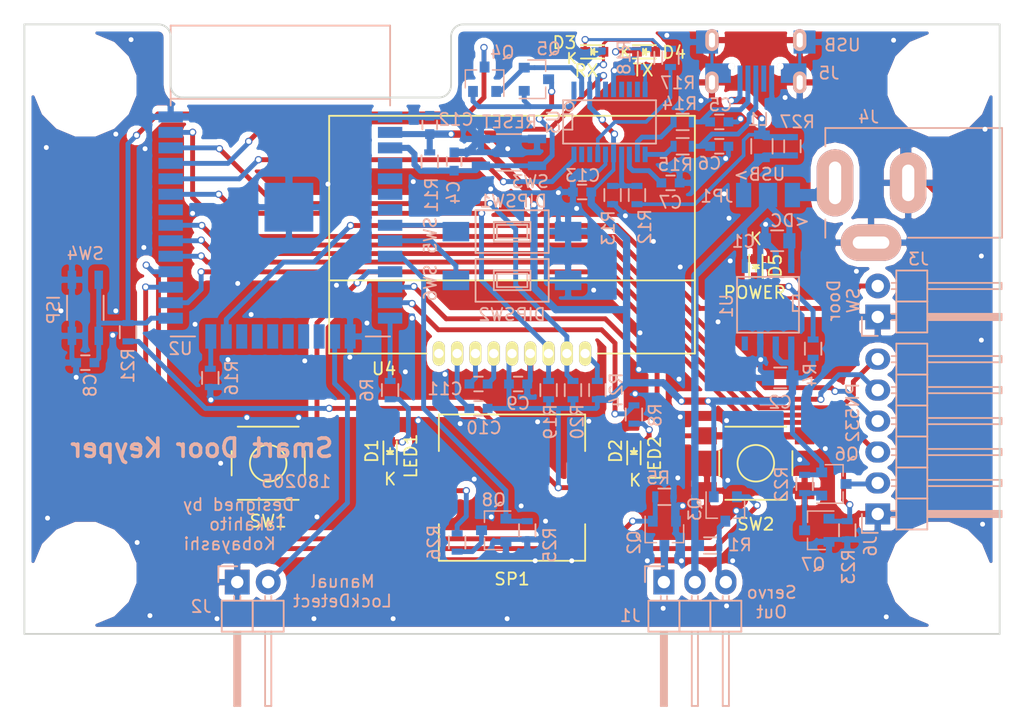
<source format=kicad_pcb>
(kicad_pcb (version 4) (host pcbnew 4.0.7)
  (layers (0 F.Cu signal hide) (31 B.Cu signal) (34 B.Paste user hide) (35 F.Paste user hide) (36 B.SilkS user) (37 F.SilkS user hide) (38 B.Mask user hide) (39 F.Mask user hide) (44 Edge.Cuts user))
  (net 0 "")
  (net 1 +5V)
  (net 2 GND)
  (net 3 +3V3)
  (net 4 EN)
  (net 5 "Net-(C5-Pad1)")
  (net 6 "Net-(C6-Pad1)")
  (net 7 "Net-(C7-Pad1)")
  (net 8 IO0)
  (net 9 "Net-(C10-Pad2)")
  (net 10 "Net-(C11-Pad1)")
  (net 11 "Net-(C11-Pad2)")
  (net 12 "Net-(JP1-Pad3)")
  (net 13 ManualLockDetect)
  (net 14 DoorSW)
  (net 15 SS)
  (net 16 MOSI)
  (net 17 MISO)
  (net 18 SCK)
  (net 19 ServoPower)
  (net 20 ServoSignal)
  (net 21 "Net-(Q4-Pad1)")
  (net 22 "Net-(Q4-Pad2)")
  (net 23 "Net-(Q6-Pad1)")
  (net 24 PN532Power)
  (net 25 Buzzer)
  (net 26 "Net-(Q8-Pad3)")
  (net 27 "Net-(D5-Pad2)")
  (net 28 LED1)
  (net 29 "Net-(D1-Pad2)")
  (net 30 LED2)
  (net 31 "Net-(D2-Pad2)")
  (net 32 "Net-(R12-Pad2)")
  (net 33 "Net-(R14-Pad1)")
  (net 34 "Net-(R15-Pad1)")
  (net 35 "Net-(R16-Pad1)")
  (net 36 "Net-(D3-Pad1)")
  (net 37 "Net-(R17-Pad2)")
  (net 38 "Net-(D4-Pad1)")
  (net 39 "Net-(R18-Pad2)")
  (net 40 SDA)
  (net 41 SCL)
  (net 42 "Net-(R24-Pad2)")
  (net 43 "Net-(R26-Pad1)")
  (net 44 SW1)
  (net 45 SW2)
  (net 46 DIPSW1)
  (net 47 DIPSW2)
  (net 48 "Net-(U1-Pad4)")
  (net 49 "Net-(U2-Pad4)")
  (net 50 "Net-(U2-Pad5)")
  (net 51 "Net-(U2-Pad6)")
  (net 52 "Net-(U2-Pad7)")
  (net 53 "Net-(U2-Pad17)")
  (net 54 "Net-(U2-Pad18)")
  (net 55 "Net-(U2-Pad19)")
  (net 56 "Net-(U2-Pad20)")
  (net 57 "Net-(U2-Pad21)")
  (net 58 "Net-(U2-Pad22)")
  (net 59 "Net-(U2-Pad32)")
  (net 60 "Net-(U2-Pad34)")
  (net 61 "Net-(U2-Pad35)")
  (net 62 "Net-(U3-Pad5)")
  (net 63 "Net-(U3-Pad7)")
  (net 64 "Net-(U3-Pad8)")
  (net 65 "Net-(U3-Pad9)")
  (net 66 "Net-(U3-Pad18)")
  (net 67 "Net-(U3-Pad19)")
  (net 68 "Net-(U4-Pad1)")
  (net 69 "Net-(J1-Pad1)")
  (net 70 "Net-(J1-Pad3)")
  (net 71 "Net-(J4-Pad1)")
  (net 72 "Net-(J5-Pad4)")
  (net 73 "Net-(J5-Pad1)")
  (net 74 "Net-(J6-Pad2)")
  (module guri-lib:0.4-0.6_via (layer F.Cu) (at 118.25 70.25)
    (fp_text reference REF** hide)
    (fp_text value 0.4-0.6_via hide)
    (pad 1 thru_hole circle (at 0 0) (size 0.6 0.6) (drill 0.4) (layers *.Cu) (net 2 GND))
  )
  (module guri-lib:0.4-0.6_via (layer F.Cu) (at 59.25 92.5)
    (fp_text reference REF** hide)
    (fp_text value 0.4-0.6_via hide)
    (pad 1 thru_hole circle (at 0 0) (size 0.6 0.6) (drill 0.4) (layers *.Cu) (net 2 GND))
  )
  (module guri-lib:0.4-0.6_via (layer F.Cu) (at 53 73.5)
    (fp_text reference REF** hide)
    (fp_text value 0.4-0.6_via hide)
    (pad 1 thru_hole circle (at 0 0) (size 0.6 0.6) (drill 0.4) (layers *.Cu) (net 2 GND))
  )
  (module guri-lib:0.4-0.6_via (layer F.Cu) (at 57.5 73.5)
    (fp_text reference REF** hide)
    (fp_text value 0.4-0.6_via hide)
    (pad 1 thru_hole circle (at 0 0) (size 0.6 0.6) (drill 0.4) (layers *.Cu) (net 2 GND))
  )
  (module guri-lib:0.4-0.6_via (layer F.Cu) (at 57.25 75.5)
    (fp_text reference REF** hide)
    (fp_text value 0.4-0.6_via hide)
    (pad 1 thru_hole circle (at 0 0) (size 0.6 0.6) (drill 0.4) (layers *.Cu) (net 2 GND))
  )
  (module guri-lib:0.4-0.6_via (layer F.Cu) (at 57.5 59)
    (fp_text reference REF** hide)
    (fp_text value 0.4-0.6_via hide)
    (pad 1 thru_hole circle (at 0 0) (size 0.6 0.6) (drill 0.4) (layers *.Cu) (net 2 GND))
  )
  (module guri-lib:0.4-0.6_via (layer F.Cu) (at 58.75 51.25)
    (fp_text reference REF** hide)
    (fp_text value 0.4-0.6_via hide)
    (pad 1 thru_hole circle (at 0 0) (size 0.6 0.6) (drill 0.4) (layers *.Cu) (net 2 GND))
  )
  (module guri-lib:0.4-0.6_via (layer F.Cu) (at 67.5 71.25)
    (fp_text reference REF** hide)
    (fp_text value 0.4-0.6_via hide)
    (pad 1 thru_hole circle (at 0 0) (size 0.6 0.6) (drill 0.4) (layers *.Cu) (net 2 GND))
  )
  (module guri-lib:0.4-0.6_via (layer F.Cu) (at 68.25 82.25)
    (fp_text reference REF** hide)
    (fp_text value 0.4-0.6_via hide)
    (pad 1 thru_hole circle (at 0 0) (size 0.6 0.6) (drill 0.4) (layers *.Cu) (net 2 GND))
  )
  (module guri-lib:0.4-0.6_via (layer F.Cu) (at 72.5 82.25)
    (fp_text reference REF** hide)
    (fp_text value 0.4-0.6_via hide)
    (pad 1 thru_hole circle (at 0 0) (size 0.6 0.6) (drill 0.4) (layers *.Cu) (net 2 GND))
  )
  (module guri-lib:0.4-0.6_via (layer F.Cu) (at 81.25 78.5)
    (fp_text reference REF** hide)
    (fp_text value 0.4-0.6_via hide)
    (pad 1 thru_hole circle (at 0 0) (size 0.6 0.6) (drill 0.4) (layers *.Cu) (net 2 GND))
  )
  (module guri-lib:0.4-0.6_via (layer F.Cu) (at 92.75 90.75)
    (fp_text reference REF** hide)
    (fp_text value 0.4-0.6_via hide)
    (pad 1 thru_hole circle (at 0 0) (size 0.6 0.6) (drill 0.4) (layers *.Cu) (net 2 GND))
  )
  (module guri-lib:0.4-0.6_via (layer F.Cu) (at 90.75 89.5)
    (fp_text reference REF** hide)
    (fp_text value 0.4-0.6_via hide)
    (pad 1 thru_hole circle (at 0 0) (size 0.6 0.6) (drill 0.4) (layers *.Cu) (net 2 GND))
  )
  (module guri-lib:0.4-0.6_via (layer F.Cu) (at 84.5 78.7)
    (fp_text reference REF** hide)
    (fp_text value 0.4-0.6_via hide)
    (pad 1 thru_hole circle (at 0 0) (size 0.6 0.6) (drill 0.4) (layers *.Cu) (net 2 GND))
  )
  (module guri-lib:0.4-0.6_via (layer F.Cu) (at 85.75 82.75)
    (fp_text reference REF** hide)
    (fp_text value 0.4-0.6_via hide)
    (pad 1 thru_hole circle (at 0 0) (size 0.6 0.6) (drill 0.4) (layers *.Cu) (net 2 GND))
  )
  (module guri-lib:0.4-0.6_via (layer F.Cu) (at 96.3 82.55)
    (fp_text reference REF** hide)
    (fp_text value 0.4-0.6_via hide)
    (pad 1 thru_hole circle (at 0 0) (size 0.6 0.6) (drill 0.4) (layers *.Cu) (net 2 GND))
  )
  (module guri-lib:0.4-0.6_via (layer F.Cu) (at 92.1 82.6)
    (fp_text reference REF** hide)
    (fp_text value 0.4-0.6_via hide)
    (pad 1 thru_hole circle (at 0 0) (size 0.6 0.6) (drill 0.4) (layers *.Cu) (net 2 GND))
  )
  (module guri-lib:0.4-0.6_via (layer F.Cu) (at 128.5 75.9)
    (fp_text reference REF** hide)
    (fp_text value 0.4-0.6_via hide)
    (pad 1 thru_hole circle (at 0 0) (size 0.6 0.6) (drill 0.4) (layers *.Cu) (net 2 GND))
  )
  (module guri-lib:0.4-0.6_via (layer F.Cu) (at 128.5 69)
    (fp_text reference REF** hide)
    (fp_text value 0.4-0.6_via hide)
    (pad 1 thru_hole circle (at 0 0) (size 0.6 0.6) (drill 0.4) (layers *.Cu) (net 2 GND))
  )
  (module guri-lib:0.4-0.6_via (layer F.Cu) (at 107.9 69.4)
    (fp_text reference REF** hide)
    (fp_text value 0.4-0.6_via hide)
    (pad 1 thru_hole circle (at 0 0) (size 0.6 0.6) (drill 0.4) (layers *.Cu) (net 2 GND))
  )
  (module guri-lib:0.4-0.6_via (layer F.Cu) (at 115.7 84.8)
    (fp_text reference REF** hide)
    (fp_text value 0.4-0.6_via hide)
    (pad 1 thru_hole circle (at 0 0) (size 0.6 0.6) (drill 0.4) (layers *.Cu) (net 2 GND))
  )
  (module guri-lib:0.4-0.6_via (layer F.Cu) (at 95.3 65.1)
    (fp_text reference REF** hide)
    (fp_text value 0.4-0.6_via hide)
    (pad 1 thru_hole circle (at 0 0) (size 0.6 0.6) (drill 0.4) (layers *.Cu) (net 2 GND))
  )
  (module guri-lib:0.4-0.6_via (layer F.Cu) (at 105.5 56.25)
    (fp_text reference REF** hide)
    (fp_text value 0.4-0.6_via hide)
    (pad 1 thru_hole circle (at 0 0) (size 0.6 0.6) (drill 0.4) (layers *.Cu) (net 2 GND))
  )
  (module guri-lib:0.4-0.6_via (layer F.Cu) (at 102.7 50.9)
    (fp_text reference REF** hide)
    (fp_text value 0.4-0.6_via hide)
    (pad 1 thru_hole circle (at 0 0) (size 0.6 0.6) (drill 0.4) (layers *.Cu) (net 2 GND))
  )
  (module guri-lib:0.4-0.6_via (layer F.Cu) (at 112.4 56)
    (fp_text reference REF** hide)
    (fp_text value 0.4-0.6_via hide)
    (pad 1 thru_hole circle (at 0 0) (size 0.6 0.6) (drill 0.4) (layers *.Cu) (net 2 GND))
  )
  (module guri-lib:0.4-0.6_via (layer F.Cu) (at 121.3 51.3)
    (fp_text reference REF** hide)
    (fp_text value 0.4-0.6_via hide)
    (pad 1 thru_hole circle (at 0 0) (size 0.6 0.6) (drill 0.4) (layers *.Cu) (net 2 GND))
  )
  (module guri-lib:0.4-0.6_via (layer F.Cu) (at 128.8 58.6)
    (fp_text reference REF** hide)
    (fp_text value 0.4-0.6_via hide)
    (pad 1 thru_hole circle (at 0 0) (size 0.6 0.6) (drill 0.4) (layers *.Cu) (net 2 GND))
  )
  (module guri-lib:0.4-0.6_via (layer F.Cu) (at 120.7 98.6)
    (fp_text reference REF** hide)
    (fp_text value 0.4-0.6_via hide)
    (pad 1 thru_hole circle (at 0 0) (size 0.6 0.6) (drill 0.4) (layers *.Cu) (net 2 GND))
  )
  (module guri-lib:0.4-0.6_via (layer F.Cu) (at 128.6 91)
    (fp_text reference REF** hide)
    (fp_text value 0.4-0.6_via hide)
    (pad 1 thru_hole circle (at 0 0) (size 0.6 0.6) (drill 0.4) (layers *.Cu) (net 2 GND))
  )
  (module guri-lib:0.4-0.6_via (layer F.Cu) (at 113.6 85.7)
    (fp_text reference REF** hide)
    (fp_text value 0.4-0.6_via hide)
    (pad 1 thru_hole circle (at 0 0) (size 0.6 0.6) (drill 0.4) (layers *.Cu) (net 2 GND))
  )
  (module guri-lib:0.4-0.6_via (layer F.Cu) (at 103.6 87.2)
    (fp_text reference REF** hide)
    (fp_text value 0.4-0.6_via hide)
    (pad 1 thru_hole circle (at 0 0) (size 0.6 0.6) (drill 0.4) (layers *.Cu) (net 2 GND))
  )
  (module guri-lib:0.4-0.6_via (layer F.Cu) (at 107.7 87.4)
    (fp_text reference REF** hide)
    (fp_text value 0.4-0.6_via hide)
    (pad 1 thru_hole circle (at 0 0) (size 0.6 0.6) (drill 0.4) (layers *.Cu) (net 2 GND))
  )
  (module guri-lib:0.4-0.6_via (layer F.Cu) (at 108.4 89.9)
    (fp_text reference REF** hide)
    (fp_text value 0.4-0.6_via hide)
    (pad 1 thru_hole circle (at 0 0) (size 0.6 0.6) (drill 0.4) (layers *.Cu) (net 2 GND))
  )
  (module guri-lib:0.4-0.6_via (layer F.Cu) (at 107.6 97.7)
    (fp_text reference REF** hide)
    (fp_text value 0.4-0.6_via hide)
    (pad 1 thru_hole circle (at 0 0) (size 0.6 0.6) (drill 0.4) (layers *.Cu) (net 2 GND))
  )
  (module guri-lib:0.4-0.6_via (layer F.Cu) (at 108.1 94)
    (fp_text reference REF** hide)
    (fp_text value 0.4-0.6_via hide)
    (pad 1 thru_hole circle (at 0 0) (size 0.6 0.6) (drill 0.4) (layers *.Cu) (net 2 GND))
  )
  (module guri-lib:0.4-0.6_via (layer F.Cu) (at 103.9 94)
    (fp_text reference REF** hide)
    (fp_text value 0.4-0.6_via hide)
    (pad 1 thru_hole circle (at 0 0) (size 0.6 0.6) (drill 0.4) (layers *.Cu) (net 2 GND))
  )
  (module guri-lib:0.4-0.6_via (layer F.Cu) (at 101.1 94)
    (fp_text reference REF** hide)
    (fp_text value 0.4-0.6_via hide)
    (pad 1 thru_hole circle (at 0 0) (size 0.6 0.6) (drill 0.4) (layers *.Cu) (net 2 GND))
  )
  (module guri-lib:0.4-0.6_via (layer F.Cu) (at 102.4 97.9)
    (fp_text reference REF** hide)
    (fp_text value 0.4-0.6_via hide)
    (pad 1 thru_hole circle (at 0 0) (size 0.6 0.6) (drill 0.4) (layers *.Cu) (net 2 GND))
  )
  (module guri-lib:0.4-0.6_via (layer F.Cu) (at 94.9 94)
    (fp_text reference REF** hide)
    (fp_text value 0.4-0.6_via hide)
    (pad 1 thru_hole circle (at 0 0) (size 0.6 0.6) (drill 0.4) (layers *.Cu) (net 2 GND))
  )
  (module guri-lib:0.4-0.6_via (layer F.Cu) (at 89.6 98.75)
    (fp_text reference REF** hide)
    (fp_text value 0.4-0.6_via hide)
    (pad 1 thru_hole circle (at 0 0) (size 0.6 0.6) (drill 0.4) (layers *.Cu) (net 2 GND))
  )
  (module guri-lib:0.4-0.6_via (layer F.Cu) (at 65.8 98.75)
    (fp_text reference REF** hide)
    (fp_text value 0.4-0.6_via hide)
    (pad 1 thru_hole circle (at 0 0) (size 0.6 0.6) (drill 0.4) (layers *.Cu) (net 2 GND))
  )
  (module guri-lib:0.4-0.6_via (layer F.Cu) (at 80.25 98.75)
    (fp_text reference REF** hide)
    (fp_text value 0.4-0.6_via hide)
    (pad 1 thru_hole circle (at 0 0) (size 0.6 0.6) (drill 0.4) (layers *.Cu) (net 2 GND))
  )
  (module guri-lib:0.4-0.6_via (layer F.Cu) (at 91.9 94)
    (fp_text reference REF** hide)
    (fp_text value 0.4-0.6_via hide)
    (pad 1 thru_hole circle (at 0 0) (size 0.6 0.6) (drill 0.4) (layers *.Cu) (net 2 GND))
  )
  (module guri-lib:0.4-0.6_via (layer F.Cu) (at 88.3 90.4)
    (fp_text reference REF** hide)
    (fp_text value 0.4-0.6_via hide)
    (pad 1 thru_hole circle (at 0 0) (size 0.6 0.6) (drill 0.4) (layers *.Cu) (net 2 GND))
  )
  (module guri-lib:0.4-0.6_via (layer F.Cu) (at 86.9 87.3)
    (fp_text reference REF** hide)
    (fp_text value 0.4-0.6_via hide)
    (pad 1 thru_hole circle (at 0 0) (size 0.6 0.6) (drill 0.4) (layers *.Cu) (net 2 GND))
  )
  (module guri-lib:0.4-0.6_via (layer F.Cu) (at 82.3 82.5)
    (fp_text reference REF** hide)
    (fp_text value 0.4-0.6_via hide)
    (pad 1 thru_hole circle (at 0 0) (size 0.6 0.6) (drill 0.4) (layers *.Cu) (net 2 GND))
  )
  (module guri-lib:0.4-0.6_via (layer F.Cu) (at 81.8 74.1)
    (fp_text reference REF** hide)
    (fp_text value 0.4-0.6_via hide)
    (pad 1 thru_hole circle (at 0 0) (size 0.6 0.6) (drill 0.4) (layers *.Cu) (net 2 GND))
  )
  (module guri-lib:0.4-0.6_via (layer F.Cu) (at 75.6 71.4)
    (fp_text reference REF** hide)
    (fp_text value 0.4-0.6_via hide)
    (pad 1 thru_hole circle (at 0 0) (size 0.6 0.6) (drill 0.4) (layers *.Cu) (net 2 GND))
  )
  (module guri-lib:0.4-0.6_via (layer F.Cu) (at 78.1 74.5)
    (fp_text reference REF** hide)
    (fp_text value 0.4-0.6_via hide)
    (pad 1 thru_hole circle (at 0 0) (size 0.6 0.6) (drill 0.4) (layers *.Cu) (net 2 GND))
  )
  (module guri-lib:0.4-0.6_via (layer F.Cu) (at 68.6 73.8)
    (fp_text reference REF** hide)
    (fp_text value 0.4-0.6_via hide)
    (pad 1 thru_hole circle (at 0 0) (size 0.6 0.6) (drill 0.4) (layers *.Cu) (net 2 GND))
  )
  (module guri-lib:0.4-0.6_via (layer F.Cu) (at 63.8 65.5)
    (fp_text reference REF** hide)
    (fp_text value 0.4-0.6_via hide)
    (pad 1 thru_hole circle (at 0 0) (size 0.6 0.6) (drill 0.4) (layers *.Cu) (net 2 GND))
  )
  (module guri-lib:0.4-0.6_via (layer F.Cu) (at 64 74.6)
    (fp_text reference REF** hide)
    (fp_text value 0.4-0.6_via hide)
    (pad 1 thru_hole circle (at 0 0) (size 0.6 0.6) (drill 0.4) (layers *.Cu) (net 2 GND))
  )
  (module guri-lib:0.4-0.6_via (layer F.Cu) (at 66.7 77.5)
    (fp_text reference REF** hide)
    (fp_text value 0.4-0.6_via hide)
    (pad 1 thru_hole circle (at 0 0) (size 0.6 0.6) (drill 0.4) (layers *.Cu) (net 2 GND))
  )
  (module guri-lib:0.4-0.6_via (layer F.Cu) (at 73 77.6)
    (fp_text reference REF** hide)
    (fp_text value 0.4-0.6_via hide)
    (pad 1 thru_hole circle (at 0 0) (size 0.6 0.6) (drill 0.4) (layers *.Cu) (net 2 GND))
  )
  (module guri-lib:0.4-0.6_via (layer F.Cu) (at 66.1 86)
    (fp_text reference REF** hide)
    (fp_text value 0.4-0.6_via hide)
    (pad 1 thru_hole circle (at 0 0) (size 0.6 0.6) (drill 0.4) (layers *.Cu) (net 2 GND))
  )
  (module guri-lib:0.4-0.6_via (layer F.Cu) (at 74 90.4)
    (fp_text reference REF** hide)
    (fp_text value 0.4-0.6_via hide)
    (pad 1 thru_hole circle (at 0 0) (size 0.6 0.6) (drill 0.4) (layers *.Cu) (net 2 GND))
  )
  (module guri-lib:0.4-0.6_via (layer F.Cu) (at 73.75 98.75)
    (fp_text reference REF** hide)
    (fp_text value 0.4-0.6_via hide)
    (pad 1 thru_hole circle (at 0 0) (size 0.6 0.6) (drill 0.4) (layers *.Cu) (net 2 GND))
  )
  (module guri-lib:0.4-0.6_via (layer F.Cu) (at 60.3 98.5)
    (fp_text reference REF** hide)
    (fp_text value 0.4-0.6_via hide)
    (pad 1 thru_hole circle (at 0 0) (size 0.6 0.6) (drill 0.4) (layers *.Cu) (net 2 GND))
  )
  (module guri-lib:0.4-0.6_via (layer F.Cu) (at 51.9 90.5)
    (fp_text reference REF** hide)
    (fp_text value 0.4-0.6_via hide)
    (pad 1 thru_hole circle (at 0 0) (size 0.6 0.6) (drill 0.4) (layers *.Cu) (net 2 GND))
  )
  (module guri-lib:0.4-0.6_via (layer F.Cu) (at 51.8 60.1)
    (fp_text reference REF** hide)
    (fp_text value 0.4-0.6_via hide)
    (pad 1 thru_hole circle (at 0 0) (size 0.6 0.6) (drill 0.4) (layers *.Cu) (net 2 GND))
  )
  (module guri-lib:0.4-0.6_via (layer F.Cu) (at 59.8 68.3)
    (fp_text reference REF** hide)
    (fp_text value 0.4-0.6_via hide)
    (pad 1 thru_hole circle (at 0 0) (size 0.6 0.6) (drill 0.4) (layers *.Cu) (net 2 GND))
  )
  (module guri-lib:0.4-0.6_via (layer F.Cu) (at 59.9 60.2)
    (fp_text reference REF** hide)
    (fp_text value 0.4-0.6_via hide)
    (pad 1 thru_hole circle (at 0 0) (size 0.6 0.6) (drill 0.4) (layers *.Cu) (net 2 GND))
  )
  (module guri-lib:0.4-0.6_via (layer F.Cu) (at 74.9 63.1)
    (fp_text reference REF** hide)
    (fp_text value 0.4-0.6_via hide)
    (pad 1 thru_hole circle (at 0 0) (size 0.6 0.6) (drill 0.4) (layers *.Cu) (net 2 GND))
  )
  (module guri-lib:0.4-0.6_via (layer F.Cu) (at 81.9 62.9)
    (fp_text reference REF** hide)
    (fp_text value 0.4-0.6_via hide)
    (pad 1 thru_hole circle (at 0 0) (size 0.6 0.6) (drill 0.4) (layers *.Cu) (net 2 GND))
  )
  (module guri-lib:0.4-0.6_via (layer F.Cu) (at 88.25 63.5)
    (fp_text reference REF** hide)
    (fp_text value 0.4-0.6_via hide)
    (pad 1 thru_hole circle (at 0 0) (size 0.6 0.6) (drill 0.4) (layers *.Cu) (net 2 GND))
  )
  (module guri-lib:0.4-0.6_via (layer F.Cu) (at 96.7 71.8)
    (fp_text reference REF** hide)
    (fp_text value 0.4-0.6_via hide)
    (pad 1 thru_hole circle (at 0 0) (size 0.6 0.6) (drill 0.4) (layers *.Cu) (net 2 GND))
  )
  (module guri-lib:0.4-0.6_via (layer F.Cu) (at 100.4 78.3)
    (fp_text reference REF** hide)
    (fp_text value 0.4-0.6_via hide)
    (pad 1 thru_hole circle (at 0 0) (size 0.6 0.6) (drill 0.4) (layers *.Cu) (net 2 GND))
  )
  (module guri-lib:0.4-0.6_via (layer F.Cu) (at 100.1 80.3)
    (fp_text reference REF** hide)
    (fp_text value 0.4-0.6_via hide)
    (pad 1 thru_hole circle (at 0 0) (size 0.6 0.6) (drill 0.4) (layers *.Cu) (net 2 GND))
  )
  (module guri-lib:0.4-0.6_via (layer F.Cu) (at 103.8 82.2)
    (fp_text reference REF** hide)
    (fp_text value 0.4-0.6_via hide)
    (pad 1 thru_hole circle (at 0 0) (size 0.6 0.6) (drill 0.4) (layers *.Cu) (net 2 GND))
  )
  (module guri-lib:0.4-0.6_via (layer F.Cu) (at 107.6 82.5)
    (fp_text reference REF** hide)
    (fp_text value 0.4-0.6_via hide)
    (pad 1 thru_hole circle (at 0 0) (size 0.6 0.6) (drill 0.4) (layers *.Cu) (net 2 GND))
  )
  (module guri-lib:0.4-0.6_via (layer F.Cu) (at 110.4 77.5)
    (fp_text reference REF** hide)
    (fp_text value 0.4-0.6_via hide)
    (pad 1 thru_hole circle (at 0 0) (size 0.6 0.6) (drill 0.4) (layers *.Cu) (net 2 GND))
  )
  (module guri-lib:0.4-0.6_via (layer F.Cu) (at 106.9 74.4)
    (fp_text reference REF** hide)
    (fp_text value 0.4-0.6_via hide)
    (pad 1 thru_hole circle (at 0 0) (size 0.6 0.6) (drill 0.4) (layers *.Cu) (net 2 GND))
  )
  (module guri-lib:0.4-0.6_via (layer F.Cu) (at 100.5 75.3)
    (fp_text reference REF** hide)
    (fp_text value 0.4-0.6_via hide)
    (pad 1 thru_hole circle (at 0 0) (size 0.6 0.6) (drill 0.4) (layers *.Cu) (net 2 GND))
  )
  (module guri-lib:0.4-0.6_via (layer F.Cu) (at 103.7 79.1)
    (fp_text reference REF** hide)
    (fp_text value 0.4-0.6_via hide)
    (pad 1 thru_hole circle (at 0 0) (size 0.6 0.6) (drill 0.4) (layers *.Cu) (net 2 GND))
  )
  (module guri-lib:0.4-0.6_via (layer F.Cu) (at 101.6 67.8)
    (fp_text reference REF** hide)
    (fp_text value 0.4-0.6_via hide)
    (pad 1 thru_hole circle (at 0 0) (size 0.6 0.6) (drill 0.4) (layers *.Cu) (net 2 GND))
  )
  (module guri-lib:0.4-0.6_via (layer F.Cu) (at 103.8 69.9)
    (fp_text reference REF** hide)
    (fp_text value 0.4-0.6_via hide)
    (pad 1 thru_hole circle (at 0 0) (size 0.6 0.6) (drill 0.4) (layers *.Cu) (net 2 GND))
  )
  (module guri-lib:0.4-0.6_via (layer F.Cu) (at 107.8 65.9)
    (fp_text reference REF** hide)
    (fp_text value 0.4-0.6_via hide)
    (pad 1 thru_hole circle (at 0 0) (size 0.6 0.6) (drill 0.4) (layers *.Cu) (net 2 GND))
  )
  (module Pin_Headers:Pin_Header_Angled_1x06 (layer B.Cu) (at 120 90.16)
    (fp_text reference J6 (at -0.6 2.64 90) (layer B.SilkS) (effects (justify mirror)))
    (fp_text value PN532_SPI)
    (pad 1 thru_hole rect (at 0 0) (size 2.032 1.7272) (drill 1.016) (layers *.Cu *.Mask) (net 2 GND))
    (pad 2 thru_hole oval (at 0 -2.54) (size 2.032 1.7272) (drill 1.016) (layers *.Cu *.Mask) (net 74 "Net-(J6-Pad2)"))
    (pad 3 thru_hole oval (at 0 -5.08) (size 2.032 1.7272) (drill 1.016) (layers *.Cu *.Mask) (net 15 SS))
    (pad 4 thru_hole oval (at 0 -7.62) (size 2.032 1.7272) (drill 1.016) (layers *.Cu *.Mask) (net 16 MOSI))
    (pad 5 thru_hole oval (at 0 -10.16) (size 2.032 1.7272) (drill 1.016) (layers *.Cu *.Mask) (net 17 MISO))
    (pad 6 thru_hole oval (at 0 -12.7) (size 2.032 1.7272) (drill 1.016) (layers *.Cu *.Mask) (net 18 SCK))
  )
  (module Capacitors_SMD:C_0805 (layer B.Cu) (at 111.75 67.75 180)
    (fp_text reference C1 (at 2.75 -0.05 180) (layer B.SilkS) (effects (justify mirror)))
    (fp_text value 10u)
    (pad 1 smd rect (at -1 0 180) (size 1 1.25) (layers B.Cu B.Paste B.Mask) (net 1 +5V))
    (pad 2 smd rect (at 1 0 180) (size 1 1.25) (layers B.Cu B.Paste B.Mask) (net 2 GND))
  )
  (module Capacitors_SMD:C_0805 (layer B.Cu) (at 112 79 180)
    (fp_text reference C2 (at 0 -2 180) (layer B.SilkS) (effects (justify mirror)))
    (fp_text value 10u)
    (pad 1 smd rect (at -1 0 180) (size 1 1.25) (layers B.Cu B.Paste B.Mask) (net 3 +3V3))
    (pad 2 smd rect (at 1 0 180) (size 1 1.25) (layers B.Cu B.Paste B.Mask) (net 2 GND))
  )
  (module Capacitors_SMD:C_0603 (layer B.Cu) (at 85.25 61.25 90)
    (fp_text reference C4 (at -2.55 -0.05 90) (layer B.SilkS) (effects (justify mirror)))
    (fp_text value 1000p)
    (pad 1 smd rect (at -0.75 0 90) (size 0.8 0.75) (layers B.Cu B.Paste B.Mask) (net 4 EN))
    (pad 2 smd rect (at 0.75 0 90) (size 0.8 0.75) (layers B.Cu B.Paste B.Mask) (net 2 GND))
  )
  (module Capacitors_SMD:C_0603 (layer B.Cu) (at 107 58)
    (fp_text reference C5 (at 0.1 -1.4) (layer B.SilkS) (effects (justify mirror)))
    (fp_text value 47p)
    (pad 1 smd rect (at -0.75 0) (size 0.8 0.75) (layers B.Cu B.Paste B.Mask) (net 5 "Net-(C5-Pad1)"))
    (pad 2 smd rect (at 0.75 0) (size 0.8 0.75) (layers B.Cu B.Paste B.Mask) (net 2 GND))
  )
  (module Capacitors_SMD:C_0603 (layer B.Cu) (at 107 60)
    (fp_text reference C6 (at -0.8 1.4) (layer B.SilkS) (effects (justify mirror)))
    (fp_text value 47p)
    (pad 1 smd rect (at -0.75 0) (size 0.8 0.75) (layers B.Cu B.Paste B.Mask) (net 6 "Net-(C6-Pad1)"))
    (pad 2 smd rect (at 0.75 0) (size 0.8 0.75) (layers B.Cu B.Paste B.Mask) (net 2 GND))
  )
  (module Capacitors_SMD:C_0603 (layer B.Cu) (at 103 63)
    (fp_text reference C7 (at 0 1.6) (layer B.SilkS) (effects (justify mirror)))
    (fp_text value 0.1u)
    (pad 1 smd rect (at -0.75 0) (size 0.8 0.75) (layers B.Cu B.Paste B.Mask) (net 7 "Net-(C7-Pad1)"))
    (pad 2 smd rect (at 0.75 0) (size 0.8 0.75) (layers B.Cu B.Paste B.Mask) (net 2 GND))
  )
  (module Capacitors_SMD:C_0603 (layer B.Cu) (at 55 77.75 180)
    (fp_text reference C8 (at -0.4 -1.85 450) (layer B.SilkS) (effects (justify mirror)))
    (fp_text value 1000p)
    (pad 1 smd rect (at -0.75 0 180) (size 0.8 0.75) (layers B.Cu B.Paste B.Mask) (net 8 IO0))
    (pad 2 smd rect (at 0.75 0 180) (size 0.8 0.75) (layers B.Cu B.Paste B.Mask) (net 2 GND))
  )
  (module Capacitors_SMD:C_0603 (layer B.Cu) (at 90.5 79.5)
    (fp_text reference C9 (at 0 1.6) (layer B.SilkS) (effects (justify mirror)))
    (fp_text value 0.1u)
    (pad 1 smd rect (at -0.75 0) (size 0.8 0.75) (layers B.Cu B.Paste B.Mask) (net 3 +3V3))
    (pad 2 smd rect (at 0.75 0) (size 0.8 0.75) (layers B.Cu B.Paste B.Mask) (net 2 GND))
  )
  (module Capacitors_SMD:C_0603 (layer B.Cu) (at 87.25 81.5 180)
    (fp_text reference C10 (at -0.45 -1.6 180) (layer B.SilkS) (effects (justify mirror)))
    (fp_text value 1u)
    (pad 1 smd rect (at -0.75 0 180) (size 0.8 0.75) (layers B.Cu B.Paste B.Mask) (net 3 +3V3))
    (pad 2 smd rect (at 0.75 0 180) (size 0.8 0.75) (layers B.Cu B.Paste B.Mask) (net 9 "Net-(C10-Pad2)"))
  )
  (module Capacitors_SMD:C_0603 (layer B.Cu) (at 87.25 79.5)
    (fp_text reference C11 (at -2.75 0.4) (layer B.SilkS) (effects (justify mirror)))
    (fp_text value 1u)
    (pad 1 smd rect (at -0.75 0) (size 0.8 0.75) (layers B.Cu B.Paste B.Mask) (net 10 "Net-(C11-Pad1)"))
    (pad 2 smd rect (at 0.75 0) (size 0.8 0.75) (layers B.Cu B.Paste B.Mask) (net 11 "Net-(C11-Pad2)"))
  )
  (module Capacitors_SMD:C_0603 (layer B.Cu) (at 83.25 58.25 90)
    (fp_text reference C12 (at 0.45 2.15 180) (layer B.SilkS) (effects (justify mirror)))
    (fp_text value 0.1u)
    (pad 1 smd rect (at -0.75 0 90) (size 0.8 0.75) (layers B.Cu B.Paste B.Mask) (net 3 +3V3))
    (pad 2 smd rect (at 0.75 0 90) (size 0.8 0.75) (layers B.Cu B.Paste B.Mask) (net 2 GND))
  )
  (module guri-lib:MJ-179PH (layer B.Cu) (at 122.5 63 180)
    (fp_text reference J4 (at 3.25 5.4 180) (layer B.SilkS) (effects (justify mirror)))
    (fp_text value "+5V DC Input")
    (pad 2 thru_hole oval (at 0 0 180) (size 3 5) (drill oval 1 3) (layers *.Cu *.Mask B.SilkS) (net 2 GND))
    (pad 1 thru_hole oval (at 6 0 180) (size 3 5.5) (drill oval 1 3.5) (layers *.Cu *.Mask B.SilkS) (net 71 "Net-(J4-Pad1)"))
    (pad 3 thru_hole oval (at 3.05 -4.9 90) (size 3 5) (drill oval 1 3) (layers *.Cu *.Mask B.SilkS) (net 2 GND))
  )
  (module guri-lib:SMD-Jumper-3 (layer B.Cu) (at 111 64 180)
    (fp_text reference JP1 (at 4.2 -0.1 180) (layer B.SilkS) (effects (justify mirror)))
    (fp_text value "Power Source Select")
    (pad 1 smd rect (at -2 0 180) (size 1.25 2) (layers B.Cu B.Paste B.Mask) (net 71 "Net-(J4-Pad1)"))
    (pad 2 smd rect (at 0 0 180) (size 1.5 2) (layers B.Cu B.Paste B.Mask) (net 1 +5V))
    (pad 3 smd rect (at 2 0 180) (size 1.25 2) (layers B.Cu B.Paste B.Mask) (net 12 "Net-(JP1-Pad3)"))
  )
  (module Resistors_SMD:R_0805 (layer B.Cu) (at 110.5 60 90)
    (fp_text reference L1 (at 2.2 -0.3 360) (layer B.SilkS) (effects (justify mirror)))
    (fp_text value MI0805K400R-10)
    (pad 1 smd rect (at -0.95 0 90) (size 0.7 1.3) (layers B.Cu B.Paste B.Mask) (net 12 "Net-(JP1-Pad3)"))
    (pad 2 smd rect (at 0.95 0 90) (size 0.7 1.3) (layers B.Cu B.Paste B.Mask) (net 73 "Net-(J5-Pad1)"))
  )
  (module Pin_Headers:Pin_Header_Angled_1x03 (layer B.Cu) (at 102.46 95.75 270)
    (fp_text reference J1 (at 2.75 2.76 360) (layer B.SilkS) (effects (justify mirror)))
    (fp_text value ServoOut)
    (pad 1 thru_hole rect (at 0 0 270) (size 2.032 1.7272) (drill 1.016) (layers *.Cu *.Mask) (net 69 "Net-(J1-Pad1)"))
    (pad 2 thru_hole oval (at 0 -2.54 270) (size 2.032 1.7272) (drill 1.016) (layers *.Cu *.Mask) (net 1 +5V))
    (pad 3 thru_hole oval (at 0 -5.08 270) (size 2.032 1.7272) (drill 1.016) (layers *.Cu *.Mask) (net 70 "Net-(J1-Pad3)"))
  )
  (module Pin_Headers:Pin_Header_Angled_1x02 (layer B.Cu) (at 67.46 95.75 270)
    (fp_text reference J2 (at 2 2.96 360) (layer B.SilkS) (effects (justify mirror)))
    (fp_text value LockDetect)
    (pad 1 thru_hole rect (at 0 0 270) (size 2.032 2.032) (drill 1.016) (layers *.Cu *.Mask) (net 2 GND))
    (pad 2 thru_hole oval (at 0 -2.54 270) (size 2.032 2.032) (drill 1.016) (layers *.Cu *.Mask) (net 13 ManualLockDetect))
  )
  (module Pin_Headers:Pin_Header_Angled_1x02 (layer B.Cu) (at 120 74)
    (fp_text reference J3 (at 3.35 -4.75 180) (layer B.SilkS) (effects (justify mirror)))
    (fp_text value DoorSwitch)
    (pad 1 thru_hole rect (at 0 0) (size 2.032 2.032) (drill 1.016) (layers *.Cu *.Mask) (net 2 GND))
    (pad 2 thru_hole oval (at 0 -2.54) (size 2.032 2.032) (drill 1.016) (layers *.Cu *.Mask) (net 14 DoorSW))
  )
  (module guri-lib:MicroUSB_YANXINLIANG_and_ZX62-B-5PA (layer B.Cu) (at 110 50)
    (fp_text reference J5 (at 6 4) (layer B.SilkS) (effects (justify mirror)))
    (fp_text value USB_OTG)
    (pad 5 smd rect (at 1.3 4.45) (size 0.4 2.15) (layers B.Cu B.Paste B.Mask) (net 2 GND))
    (pad 4 smd rect (at 0.65 4.45) (size 0.4 2.15) (layers B.Cu B.Paste B.Mask) (net 72 "Net-(J5-Pad4)"))
    (pad 3 smd rect (at 0 4.45) (size 0.4 2.15) (layers B.Cu B.Paste B.Mask) (net 6 "Net-(C6-Pad1)"))
    (pad 2 smd rect (at -0.65 4.45) (size 0.4 2.15) (layers B.Cu B.Paste B.Mask) (net 5 "Net-(C5-Pad1)"))
    (pad 1 smd rect (at -1.3 4.45) (size 0.4 2.15) (layers B.Cu B.Paste B.Mask) (net 73 "Net-(J5-Pad1)"))
    (pad 6 thru_hole oval (at 3.6 4.76) (size 1.1 1.8) (drill oval 0.5 1.2) (layers *.Cu *.Mask B.SilkS) (net 2 GND))
    (pad 6 thru_hole oval (at -3.6 4.76) (size 1.1 1.8) (drill oval 0.5 1.2) (layers *.Cu *.Mask B.SilkS) (net 2 GND))
    (pad 6 thru_hole oval (at 3.6 1.29) (size 1.1 1.8) (drill oval 0.5 1.2) (layers *.Cu *.Mask B.SilkS) (net 2 GND))
    (pad 6 thru_hole oval (at -3.6 1.29) (size 1.1 1.8) (drill oval 0.5 1.2) (layers *.Cu *.Mask B.SilkS) (net 2 GND))
    (pad "" np_thru_hole circle (at 2 3.44) (size 0.55 0.55) (drill 0.55) (layers *.Cu *.Mask B.SilkS))
    (pad "" np_thru_hole circle (at -2 3.44) (size 0.55 0.55) (drill 0.55) (layers *.Cu *.Mask B.SilkS))
    (pad 6 smd rect (at 3.1 4) (size 2.1 1.6) (layers B.Cu B.Paste B.Mask) (net 2 GND))
    (pad 6 smd rect (at -3.1 4) (size 2.1 1.6) (layers B.Cu B.Paste B.Mask) (net 2 GND))
    (pad 6 smd rect (at 4 1.45) (size 1.8 1.9) (layers B.Cu B.Paste B.Mask) (net 2 GND))
    (pad 6 smd rect (at -4 1.45) (size 1.8 1.9) (layers B.Cu B.Paste B.Mask) (net 2 GND))
  )
  (module TO_SOT_Packages_SMD:SOT-23 (layer B.Cu) (at 102.5 91.75 270)
    (fp_text reference Q2 (at 0.75 2.5 270) (layer B.SilkS) (effects (justify mirror)))
    (fp_text value IRLML6344TRPbF)
    (pad 1 smd rect (at -1 0.95 270) (size 0.9 0.8) (layers B.Cu B.Paste B.Mask) (net 19 ServoPower))
    (pad 2 smd rect (at -1 -0.95 270) (size 0.9 0.8) (layers B.Cu B.Paste B.Mask) (net 2 GND))
    (pad 3 smd rect (at 1 0 270) (size 0.9 0.8) (layers B.Cu B.Paste B.Mask) (net 69 "Net-(J1-Pad1)"))
  )
  (module TO_SOT_Packages_SMD:SOT-23 (layer B.Cu) (at 107.5 89.75 270)
    (fp_text reference Q3 (at 0 2.5 270) (layer B.SilkS) (effects (justify mirror)))
    (fp_text value IRLML6344TRPbF)
    (pad 1 smd rect (at -1 0.95 270) (size 0.9 0.8) (layers B.Cu B.Paste B.Mask) (net 3 +3V3))
    (pad 2 smd rect (at -1 -0.95 270) (size 0.9 0.8) (layers B.Cu B.Paste B.Mask) (net 20 ServoSignal))
    (pad 3 smd rect (at 1 0 270) (size 0.9 0.8) (layers B.Cu B.Paste B.Mask) (net 70 "Net-(J1-Pad3)"))
  )
  (module TO_SOT_Packages_SMD:SOT-23 (layer B.Cu) (at 87.75 54.5 90)
    (fp_text reference Q4 (at 2.2 1.45 180) (layer B.SilkS) (effects (justify mirror)))
    (fp_text value IRLML6344TRPbF)
    (pad 1 smd rect (at -1 0.95 90) (size 0.9 0.8) (layers B.Cu B.Paste B.Mask) (net 21 "Net-(Q4-Pad1)"))
    (pad 2 smd rect (at -1 -0.95 90) (size 0.9 0.8) (layers B.Cu B.Paste B.Mask) (net 22 "Net-(Q4-Pad2)"))
    (pad 3 smd rect (at 1 0 90) (size 0.9 0.8) (layers B.Cu B.Paste B.Mask) (net 8 IO0))
  )
  (module TO_SOT_Packages_SMD:SOT-23 (layer B.Cu) (at 92 54.5)
    (fp_text reference Q5 (at 1 -2.5) (layer B.SilkS) (effects (justify mirror)))
    (fp_text value IRLML6344TRPbF)
    (pad 1 smd rect (at -1 0.95) (size 0.9 0.8) (layers B.Cu B.Paste B.Mask) (net 22 "Net-(Q4-Pad2)"))
    (pad 2 smd rect (at -1 -0.95) (size 0.9 0.8) (layers B.Cu B.Paste B.Mask) (net 21 "Net-(Q4-Pad1)"))
    (pad 3 smd rect (at 1 0) (size 0.9 0.8) (layers B.Cu B.Paste B.Mask) (net 4 EN))
  )
  (module TO_SOT_Packages_SMD:SOT-23 (layer B.Cu) (at 116.4 87.7)
    (fp_text reference Q6 (at 1.05 -2.45) (layer B.SilkS) (effects (justify mirror)))
    (fp_text value IRLML6402)
    (pad 1 smd rect (at -1 0.95) (size 0.9 0.8) (layers B.Cu B.Paste B.Mask) (net 23 "Net-(Q6-Pad1)"))
    (pad 2 smd rect (at -1 -0.95) (size 0.9 0.8) (layers B.Cu B.Paste B.Mask) (net 3 +3V3))
    (pad 3 smd rect (at 1 0) (size 0.9 0.8) (layers B.Cu B.Paste B.Mask) (net 74 "Net-(J6-Pad2)"))
  )
  (module TO_SOT_Packages_SMD:SOT-23 (layer B.Cu) (at 115 91.5 180)
    (fp_text reference Q7 (at 0.3 -2.8 180) (layer B.SilkS) (effects (justify mirror)))
    (fp_text value IRLML6344TRPbF)
    (pad 1 smd rect (at -1 0.95 180) (size 0.9 0.8) (layers B.Cu B.Paste B.Mask) (net 24 PN532Power))
    (pad 2 smd rect (at -1 -0.95 180) (size 0.9 0.8) (layers B.Cu B.Paste B.Mask) (net 2 GND))
    (pad 3 smd rect (at 1 0 180) (size 0.9 0.8) (layers B.Cu B.Paste B.Mask) (net 23 "Net-(Q6-Pad1)"))
  )
  (module TO_SOT_Packages_SMD:SOT-23 (layer B.Cu) (at 88.5 91.5 180)
    (fp_text reference Q8 (at 0 2.5 180) (layer B.SilkS) (effects (justify mirror)))
    (fp_text value IRLML6344TRPbF)
    (pad 1 smd rect (at -1 0.95 180) (size 0.9 0.8) (layers B.Cu B.Paste B.Mask) (net 25 Buzzer))
    (pad 2 smd rect (at -1 -0.95 180) (size 0.9 0.8) (layers B.Cu B.Paste B.Mask) (net 2 GND))
    (pad 3 smd rect (at 1 0 180) (size 0.9 0.8) (layers B.Cu B.Paste B.Mask) (net 26 "Net-(Q8-Pad3)"))
  )
  (module Resistors_SMD:R_0603 (layer B.Cu) (at 106.25 92.75)
    (fp_text reference R1 (at 2.45 -0.05) (layer B.SilkS) (effects (justify mirror)))
    (fp_text value 10k)
    (pad 1 smd rect (at -0.75 0) (size 0.5 0.9) (layers B.Cu B.Paste B.Mask) (net 1 +5V))
    (pad 2 smd rect (at 0.75 0) (size 0.5 0.9) (layers B.Cu B.Paste B.Mask) (net 70 "Net-(J1-Pad3)"))
  )
  (module Resistors_SMD:R_0603 (layer B.Cu) (at 114.7 76.6 90)
    (fp_text reference R4 (at -2.15 -0.25 90) (layer B.SilkS) (effects (justify mirror)))
    (fp_text value 1k)
    (pad 1 smd rect (at -0.75 0 90) (size 0.5 0.9) (layers B.Cu B.Paste B.Mask) (net 3 +3V3))
    (pad 2 smd rect (at 0.75 0 90) (size 0.5 0.9) (layers B.Cu B.Paste B.Mask) (net 27 "Net-(D5-Pad2)"))
  )
  (module Resistors_SMD:R_0603 (layer B.Cu) (at 102.5 88.75)
    (fp_text reference R5 (at -0.5 -1.55) (layer B.SilkS) (effects (justify mirror)))
    (fp_text value 10k)
    (pad 1 smd rect (at -0.75 0) (size 0.5 0.9) (layers B.Cu B.Paste B.Mask) (net 19 ServoPower))
    (pad 2 smd rect (at 0.75 0) (size 0.5 0.9) (layers B.Cu B.Paste B.Mask) (net 2 GND))
  )
  (module Resistors_SMD:R_0603 (layer B.Cu) (at 80 80 270)
    (fp_text reference R6 (at 0 1.9 270) (layer B.SilkS) (effects (justify mirror)))
    (fp_text value 1k)
    (pad 1 smd rect (at -0.75 0 270) (size 0.5 0.9) (layers B.Cu B.Paste B.Mask) (net 28 LED1))
    (pad 2 smd rect (at 0.75 0 270) (size 0.5 0.9) (layers B.Cu B.Paste B.Mask) (net 29 "Net-(D1-Pad2)"))
  )
  (module Resistors_SMD:R_0603 (layer B.Cu) (at 100 82 270)
    (fp_text reference R8 (at 0.05 -1.75 270) (layer B.SilkS) (effects (justify mirror)))
    (fp_text value 1k)
    (pad 1 smd rect (at -0.75 0 270) (size 0.5 0.9) (layers B.Cu B.Paste B.Mask) (net 30 LED2))
    (pad 2 smd rect (at 0.75 0 270) (size 0.5 0.9) (layers B.Cu B.Paste B.Mask) (net 31 "Net-(D2-Pad2)"))
  )
  (module Resistors_SMD:R_0603 (layer B.Cu) (at 83.25 61.25 270)
    (fp_text reference R11 (at 2.75 -0.15 270) (layer B.SilkS) (effects (justify mirror)))
    (fp_text value 10k)
    (pad 1 smd rect (at -0.75 0 270) (size 0.5 0.9) (layers B.Cu B.Paste B.Mask) (net 3 +3V3))
    (pad 2 smd rect (at 0.75 0 270) (size 0.5 0.9) (layers B.Cu B.Paste B.Mask) (net 4 EN))
  )
  (module Resistors_SMD:R_0603 (layer B.Cu) (at 100.25 64 90)
    (fp_text reference R12 (at -2.6 0.65 90) (layer B.SilkS) (effects (justify mirror)))
    (fp_text value 4.7k)
    (pad 1 smd rect (at -0.75 0 90) (size 0.5 0.9) (layers B.Cu B.Paste B.Mask) (net 73 "Net-(J5-Pad1)"))
    (pad 2 smd rect (at 0.75 0 90) (size 0.5 0.9) (layers B.Cu B.Paste B.Mask) (net 32 "Net-(R12-Pad2)"))
  )
  (module Resistors_SMD:R_0603 (layer B.Cu) (at 98.25 64 270)
    (fp_text reference R13 (at 2.7 0.35 270) (layer B.SilkS) (effects (justify mirror)))
    (fp_text value 10k)
    (pad 1 smd rect (at -0.75 0 270) (size 0.5 0.9) (layers B.Cu B.Paste B.Mask) (net 32 "Net-(R12-Pad2)"))
    (pad 2 smd rect (at 0.75 0 270) (size 0.5 0.9) (layers B.Cu B.Paste B.Mask) (net 2 GND))
  )
  (module Resistors_SMD:R_0603 (layer B.Cu) (at 104 58)
    (fp_text reference R14 (at -0.25 -1.5) (layer B.SilkS) (effects (justify mirror)))
    (fp_text value 27)
    (pad 1 smd rect (at -0.75 0) (size 0.5 0.9) (layers B.Cu B.Paste B.Mask) (net 33 "Net-(R14-Pad1)"))
    (pad 2 smd rect (at 0.75 0) (size 0.5 0.9) (layers B.Cu B.Paste B.Mask) (net 5 "Net-(C5-Pad1)"))
  )
  (module Resistors_SMD:R_0603 (layer B.Cu) (at 104 60)
    (fp_text reference R15 (at -0.6 1.5) (layer B.SilkS) (effects (justify mirror)))
    (fp_text value 27)
    (pad 1 smd rect (at -0.75 0) (size 0.5 0.9) (layers B.Cu B.Paste B.Mask) (net 34 "Net-(R15-Pad1)"))
    (pad 2 smd rect (at 0.75 0) (size 0.5 0.9) (layers B.Cu B.Paste B.Mask) (net 6 "Net-(C6-Pad1)"))
  )
  (module Resistors_SMD:R_0603 (layer B.Cu) (at 65.25 79 270)
    (fp_text reference R16 (at 0 -1.75 270) (layer B.SilkS) (effects (justify mirror)))
    (fp_text value 10k)
    (pad 1 smd rect (at -0.75 0 270) (size 0.5 0.9) (layers B.Cu B.Paste B.Mask) (net 35 "Net-(R16-Pad1)"))
    (pad 2 smd rect (at 0.75 0 270) (size 0.5 0.9) (layers B.Cu B.Paste B.Mask) (net 2 GND))
  )
  (module Resistors_SMD:R_0603 (layer B.Cu) (at 103 52.75 270)
    (fp_text reference R17 (at 2.05 -0.6 360) (layer B.SilkS) (effects (justify mirror)))
    (fp_text value 1k)
    (pad 1 smd rect (at -0.75 0 270) (size 0.5 0.9) (layers B.Cu B.Paste B.Mask) (net 36 "Net-(D3-Pad1)"))
    (pad 2 smd rect (at 0.75 0 270) (size 0.5 0.9) (layers B.Cu B.Paste B.Mask) (net 37 "Net-(R17-Pad2)"))
  )
  (module Resistors_SMD:R_0603 (layer B.Cu) (at 101 52.75 270)
    (fp_text reference R18 (at -0.05 1.8 270) (layer B.SilkS) (effects (justify mirror)))
    (fp_text value 1k)
    (pad 1 smd rect (at -0.75 0 270) (size 0.5 0.9) (layers B.Cu B.Paste B.Mask) (net 38 "Net-(D4-Pad1)"))
    (pad 2 smd rect (at 0.75 0 270) (size 0.5 0.9) (layers B.Cu B.Paste B.Mask) (net 39 "Net-(R18-Pad2)"))
  )
  (module Resistors_SMD:R_0603 (layer B.Cu) (at 93 80 90)
    (fp_text reference R19 (at -2.6 0.15 90) (layer B.SilkS) (effects (justify mirror)))
    (fp_text value 10k)
    (pad 1 smd rect (at -0.75 0 90) (size 0.5 0.9) (layers B.Cu B.Paste B.Mask) (net 3 +3V3))
    (pad 2 smd rect (at 0.75 0 90) (size 0.5 0.9) (layers B.Cu B.Paste B.Mask) (net 40 SDA))
  )
  (module Resistors_SMD:R_0603 (layer B.Cu) (at 95 80 90)
    (fp_text reference R20 (at -2.6 0.35 90) (layer B.SilkS) (effects (justify mirror)))
    (fp_text value 10k)
    (pad 1 smd rect (at -0.75 0 90) (size 0.5 0.9) (layers B.Cu B.Paste B.Mask) (net 3 +3V3))
    (pad 2 smd rect (at 0.75 0 90) (size 0.5 0.9) (layers B.Cu B.Paste B.Mask) (net 41 SCL))
  )
  (module Resistors_SMD:R_0603 (layer B.Cu) (at 58.5 75.25 90)
    (fp_text reference R21 (at -2.75 0 90) (layer B.SilkS) (effects (justify mirror)))
    (fp_text value 4.7k)
    (pad 1 smd rect (at -0.75 0 90) (size 0.5 0.9) (layers B.Cu B.Paste B.Mask) (net 3 +3V3))
    (pad 2 smd rect (at 0.75 0 90) (size 0.5 0.9) (layers B.Cu B.Paste B.Mask) (net 8 IO0))
  )
  (module Resistors_SMD:R_0603 (layer B.Cu) (at 114 87.7 270)
    (fp_text reference R22 (at 0 1.9 270) (layer B.SilkS) (effects (justify mirror)))
    (fp_text value 10k)
    (pad 1 smd rect (at -0.75 0 270) (size 0.5 0.9) (layers B.Cu B.Paste B.Mask) (net 3 +3V3))
    (pad 2 smd rect (at 0.75 0 270) (size 0.5 0.9) (layers B.Cu B.Paste B.Mask) (net 23 "Net-(Q6-Pad1)"))
  )
  (module Resistors_SMD:R_0603 (layer B.Cu) (at 117.5 91.5 270)
    (fp_text reference R23 (at 3 -0.1 270) (layer B.SilkS) (effects (justify mirror)))
    (fp_text value 10k)
    (pad 1 smd rect (at -0.75 0 270) (size 0.5 0.9) (layers B.Cu B.Paste B.Mask) (net 24 PN532Power))
    (pad 2 smd rect (at 0.75 0 270) (size 0.5 0.9) (layers B.Cu B.Paste B.Mask) (net 2 GND))
  )
  (module Resistors_SMD:R_0603 (layer B.Cu) (at 97 80 90)
    (fp_text reference R24 (at 0 1.55 90) (layer B.SilkS) (effects (justify mirror)))
    (fp_text value 10k)
    (pad 1 smd rect (at -0.75 0 90) (size 0.5 0.9) (layers B.Cu B.Paste B.Mask) (net 3 +3V3))
    (pad 2 smd rect (at 0.75 0 90) (size 0.5 0.9) (layers B.Cu B.Paste B.Mask) (net 42 "Net-(R24-Pad2)"))
  )
  (module Resistors_SMD:R_0603 (layer B.Cu) (at 91.25 91.5 90)
    (fp_text reference R25 (at -1.2 1.85 90) (layer B.SilkS) (effects (justify mirror)))
    (fp_text value 10k)
    (pad 1 smd rect (at -0.75 0 90) (size 0.5 0.9) (layers B.Cu B.Paste B.Mask) (net 2 GND))
    (pad 2 smd rect (at 0.75 0 90) (size 0.5 0.9) (layers B.Cu B.Paste B.Mask) (net 25 Buzzer))
  )
  (module Resistors_SMD:R_0603 (layer B.Cu) (at 85.5 92.5 270)
    (fp_text reference R26 (at 0 1.9 270) (layer B.SilkS) (effects (justify mirror)))
    (fp_text value 1k)
    (pad 1 smd rect (at -0.75 0 270) (size 0.5 0.9) (layers B.Cu B.Paste B.Mask) (net 43 "Net-(R26-Pad1)"))
    (pad 2 smd rect (at 0.75 0 270) (size 0.5 0.9) (layers B.Cu B.Paste B.Mask) (net 26 "Net-(Q8-Pad3)"))
  )
  (module Resistors_SMD:R_0603 (layer B.Cu) (at 113 60 270)
    (fp_text reference R27 (at -2 -0.4 360) (layer B.SilkS) (effects (justify mirror)))
    (fp_text value 0)
    (pad 1 smd rect (at -0.75 0 270) (size 0.5 0.9) (layers B.Cu B.Paste B.Mask) (net 73 "Net-(J5-Pad1)"))
    (pad 2 smd rect (at 0.75 0 270) (size 0.5 0.9) (layers B.Cu B.Paste B.Mask) (net 12 "Net-(JP1-Pad3)"))
  )
  (module guri-lib:PKLCS1212E4001-R1 (layer F.Cu) (at 90 88)
    (fp_text reference SP1 (at 0 7.5) (layer F.SilkS))
    (fp_text value SPEAKER)
    (pad 1 smd rect (at 5.6 0) (size 1.2 4) (layers F.Cu F.Paste F.Mask) (net 3 +3V3))
    (pad 2 smd rect (at -5.6 0) (size 1.2 4) (layers F.Cu F.Paste F.Mask) (net 43 "Net-(R26-Pad1)"))
  )
  (module guri-lib:6mm_tactil_switch_SMD (layer F.Cu) (at 70 86)
    (fp_text reference SW1 (at 0 4.75) (layer F.SilkS))
    (fp_text value SW1)
    (pad 1 smd rect (at 4 -2.25) (size 1.6 1.4) (layers F.Cu F.Paste F.Mask) (net 44 SW1))
    (pad 1 smd rect (at -4 -2.25) (size 1.6 1.4) (layers F.Cu F.Paste F.Mask) (net 44 SW1))
    (pad 2 smd rect (at 4 2.25) (size 1.6 1.4) (layers F.Cu F.Paste F.Mask) (net 2 GND))
    (pad 2 smd rect (at -4 2.25) (size 1.6 1.4) (layers F.Cu F.Paste F.Mask) (net 2 GND))
  )
  (module guri-lib:6mm_tactil_switch_SMD (layer F.Cu) (at 110 86)
    (fp_text reference SW2 (at 0 5) (layer F.SilkS))
    (fp_text value SW2)
    (pad 1 smd rect (at 4 -2.25) (size 1.6 1.4) (layers F.Cu F.Paste F.Mask) (net 45 SW2))
    (pad 1 smd rect (at -4 -2.25) (size 1.6 1.4) (layers F.Cu F.Paste F.Mask) (net 45 SW2))
    (pad 2 smd rect (at 4 2.25) (size 1.6 1.4) (layers F.Cu F.Paste F.Mask) (net 2 GND))
    (pad 2 smd rect (at -4 2.25) (size 1.6 1.4) (layers F.Cu F.Paste F.Mask) (net 2 GND))
  )
  (module guri-lib:SKRPACE010 (layer B.Cu) (at 89.75 60.5)
    (fp_text reference SW3 (at 1.75 2.4) (layer B.SilkS) (effects (justify mirror)))
    (fp_text value RESET)
    (pad 1 smd rect (at 2.3 1.1) (size 1.5 0.7) (layers B.Cu B.Paste B.Mask) (net 4 EN))
    (pad 2 smd rect (at 2.3 -1.1) (size 1.5 0.7) (layers B.Cu B.Paste B.Mask) (net 2 GND))
    (pad 1 smd rect (at -2.3 1.1) (size 1.5 0.7) (layers B.Cu B.Paste B.Mask) (net 4 EN))
    (pad 2 smd rect (at -2.3 -1.1) (size 1.5 0.7) (layers B.Cu B.Paste B.Mask) (net 2 GND))
  )
  (module guri-lib:SKRPACE010 (layer B.Cu) (at 55 73.25 90)
    (fp_text reference SW4 (at 4.45 0 180) (layer B.SilkS) (effects (justify mirror)))
    (fp_text value ISP)
    (pad 1 smd rect (at 2.3 1.1 90) (size 1.5 0.7) (layers B.Cu B.Paste B.Mask) (net 8 IO0))
    (pad 2 smd rect (at 2.3 -1.1 90) (size 1.5 0.7) (layers B.Cu B.Paste B.Mask) (net 2 GND))
    (pad 1 smd rect (at -2.3 1.1 90) (size 1.5 0.7) (layers B.Cu B.Paste B.Mask) (net 8 IO0))
    (pad 2 smd rect (at -2.3 -1.1 90) (size 1.5 0.7) (layers B.Cu B.Paste B.Mask) (net 2 GND))
  )
  (module Buttons_Switches_SMD:SW_SPST_FSMSM (layer B.Cu) (at 90 67)
    (fp_text reference SW5 (at -6.7 0.3 90) (layer B.SilkS) (effects (justify mirror)))
    (fp_text value SPST)
    (pad 1 smd rect (at -4.60243 0.00232) (size 2.18 1.6) (layers B.Cu B.Paste B.Mask) (net 46 DIPSW1))
    (pad 2 smd rect (at 4.60243 -0.00232) (size 2.18 1.6) (layers B.Cu B.Paste B.Mask) (net 2 GND))
  )
  (module Buttons_Switches_SMD:SW_SPST_FSMSM (layer B.Cu) (at 90 71)
    (fp_text reference SW6 (at -6.7 0.2 90) (layer B.SilkS) (effects (justify mirror)))
    (fp_text value SPST)
    (pad 1 smd rect (at -4.60243 0.00232) (size 2.18 1.6) (layers B.Cu B.Paste B.Mask) (net 47 DIPSW2))
    (pad 2 smd rect (at 4.60243 -0.00232) (size 2.18 1.6) (layers B.Cu B.Paste B.Mask) (net 2 GND))
  )
  (module SMD_Packages:SOIC-8-N (layer B.Cu) (at 111 73 180)
    (fp_text reference U1 (at 3.4 -0.1 270) (layer B.SilkS) (effects (justify mirror)))
    (fp_text value LT1963A)
    (pad 8 smd rect (at -1.905 3.175 180) (size 0.508 1.143) (layers B.Cu B.Paste B.Mask) (net 1 +5V))
    (pad 7 smd rect (at -0.635 3.175 180) (size 0.508 1.143) (layers B.Cu B.Paste B.Mask) (net 2 GND))
    (pad 6 smd rect (at 0.635 3.175 180) (size 0.508 1.143) (layers B.Cu B.Paste B.Mask) (net 2 GND))
    (pad 5 smd rect (at 1.905 3.175 180) (size 0.508 1.143) (layers B.Cu B.Paste B.Mask) (net 1 +5V))
    (pad 4 smd rect (at 1.905 -3.175 180) (size 0.508 1.143) (layers B.Cu B.Paste B.Mask) (net 48 "Net-(U1-Pad4)"))
    (pad 3 smd rect (at 0.635 -3.175 180) (size 0.508 1.143) (layers B.Cu B.Paste B.Mask) (net 2 GND))
    (pad 2 smd rect (at -0.635 -3.175 180) (size 0.508 1.143) (layers B.Cu B.Paste B.Mask) (net 3 +3V3))
    (pad 1 smd rect (at -1.905 -3.175 180) (size 0.508 1.143) (layers B.Cu B.Paste B.Mask) (net 3 +3V3))
  )
  (module guri-lib:ESP-WROOM-32 (layer B.Cu) (at 71 62.85 180)
    (fp_text reference U2 (at 8.2 -13.75 180) (layer B.SilkS) (effects (justify mirror)))
    (fp_text value ESP-WROOM-32)
    (pad 1 smd rect (at -9 5.26 180) (size 2 0.9) (layers B.Cu B.Paste B.Mask) (net 2 GND))
    (pad 2 smd rect (at -9 3.99 180) (size 2 0.9) (layers B.Cu B.Paste B.Mask) (net 3 +3V3))
    (pad 3 smd rect (at -9 2.72 180) (size 2 0.9) (layers B.Cu B.Paste B.Mask) (net 4 EN))
    (pad 4 smd rect (at -9 1.45 180) (size 2 0.9) (layers B.Cu B.Paste B.Mask) (net 49 "Net-(U2-Pad4)"))
    (pad 5 smd rect (at -9 0.18 180) (size 2 0.9) (layers B.Cu B.Paste B.Mask) (net 50 "Net-(U2-Pad5)"))
    (pad 6 smd rect (at -9 -1.09 180) (size 2 0.9) (layers B.Cu B.Paste B.Mask) (net 51 "Net-(U2-Pad6)"))
    (pad 7 smd rect (at -9 -2.36 180) (size 2 0.9) (layers B.Cu B.Paste B.Mask) (net 52 "Net-(U2-Pad7)"))
    (pad 8 smd rect (at -9 -3.63 180) (size 2 0.9) (layers B.Cu B.Paste B.Mask) (net 46 DIPSW1))
    (pad 9 smd rect (at -9 -4.9 180) (size 2 0.9) (layers B.Cu B.Paste B.Mask) (net 47 DIPSW2))
    (pad 10 smd rect (at -9 -6.17 180) (size 2 0.9) (layers B.Cu B.Paste B.Mask) (net 25 Buzzer))
    (pad 11 smd rect (at -9 -7.44 180) (size 2 0.9) (layers B.Cu B.Paste B.Mask) (net 44 SW1))
    (pad 12 smd rect (at -9 -8.71 180) (size 2 0.9) (layers B.Cu B.Paste B.Mask) (net 45 SW2))
    (pad 13 smd rect (at -9 -9.98 180) (size 2 0.9) (layers B.Cu B.Paste B.Mask) (net 30 LED2))
    (pad 14 smd rect (at -9 -11.25 180) (size 2 0.9) (layers B.Cu B.Paste B.Mask) (net 28 LED1))
    (pad 15 smd rect (at -5.72 -12.75 90) (size 2 0.9) (layers B.Cu B.Paste B.Mask) (net 2 GND))
    (pad 16 smd rect (at -4.45 -12.75 90) (size 2 0.9) (layers B.Cu B.Paste B.Mask) (net 13 ManualLockDetect))
    (pad 17 smd rect (at -3.18 -12.75 90) (size 2 0.9) (layers B.Cu B.Paste B.Mask) (net 53 "Net-(U2-Pad17)"))
    (pad 18 smd rect (at -1.91 -12.75 90) (size 2 0.9) (layers B.Cu B.Paste B.Mask) (net 54 "Net-(U2-Pad18)"))
    (pad 19 smd rect (at -0.64 -12.75 90) (size 2 0.9) (layers B.Cu B.Paste B.Mask) (net 55 "Net-(U2-Pad19)"))
    (pad 20 smd rect (at 0.63 -12.75 90) (size 2 0.9) (layers B.Cu B.Paste B.Mask) (net 56 "Net-(U2-Pad20)"))
    (pad 21 smd rect (at 1.9 -12.75 90) (size 2 0.9) (layers B.Cu B.Paste B.Mask) (net 57 "Net-(U2-Pad21)"))
    (pad 22 smd rect (at 3.17 -12.75 90) (size 2 0.9) (layers B.Cu B.Paste B.Mask) (net 58 "Net-(U2-Pad22)"))
    (pad 23 smd rect (at 4.44 -12.75 90) (size 2 0.9) (layers B.Cu B.Paste B.Mask) (net 14 DoorSW))
    (pad 24 smd rect (at 5.71 -12.75 90) (size 2 0.9) (layers B.Cu B.Paste B.Mask) (net 35 "Net-(R16-Pad1)"))
    (pad 25 smd rect (at 9 -11.25) (size 2 0.9) (layers B.Cu B.Paste B.Mask) (net 8 IO0))
    (pad 26 smd rect (at 9 -9.98) (size 2 0.9) (layers B.Cu B.Paste B.Mask) (net 24 PN532Power))
    (pad 27 smd rect (at 9 -8.71) (size 2 0.9) (layers B.Cu B.Paste B.Mask) (net 20 ServoSignal))
    (pad 28 smd rect (at 9 -7.44) (size 2 0.9) (layers B.Cu B.Paste B.Mask) (net 19 ServoPower))
    (pad 29 smd rect (at 9 -6.17) (size 2 0.9) (layers B.Cu B.Paste B.Mask) (net 15 SS))
    (pad 30 smd rect (at 9 -4.9) (size 2 0.9) (layers B.Cu B.Paste B.Mask) (net 18 SCK))
    (pad 31 smd rect (at 9 -3.63) (size 2 0.9) (layers B.Cu B.Paste B.Mask) (net 17 MISO))
    (pad 32 smd rect (at 9 -2.36) (size 2 0.9) (layers B.Cu B.Paste B.Mask) (net 59 "Net-(U2-Pad32)"))
    (pad 33 smd rect (at 9 -1.09) (size 2 0.9) (layers B.Cu B.Paste B.Mask) (net 40 SDA))
    (pad 34 smd rect (at 9 0.18) (size 2 0.9) (layers B.Cu B.Paste B.Mask) (net 60 "Net-(U2-Pad34)"))
    (pad 35 smd rect (at 9 1.45) (size 2 0.9) (layers B.Cu B.Paste B.Mask) (net 61 "Net-(U2-Pad35)"))
    (pad 36 smd rect (at 9 2.72) (size 2 0.9) (layers B.Cu B.Paste B.Mask) (net 41 SCL))
    (pad 37 smd rect (at 9 3.99) (size 2 0.9) (layers B.Cu B.Paste B.Mask) (net 16 MOSI))
    (pad 38 smd rect (at 9 5.26) (size 2 0.9) (layers B.Cu B.Paste B.Mask) (net 2 GND))
    (pad 39 smd rect (at -0.7 -2.15) (size 4 4) (layers B.Cu B.Paste B.Mask) (net 2 GND))
  )
  (module SMD_Packages:SSOP-20 (layer B.Cu) (at 98 58)
    (fp_text reference U3 (at -4.6 0 90) (layer B.SilkS) (effects (justify mirror)))
    (fp_text value FT231XS)
    (pad 1 smd rect (at -2.921 -2.667) (size 0.4064 1.27) (layers B.Cu B.Paste B.Mask) (net 22 "Net-(Q4-Pad2)"))
    (pad 2 smd rect (at -2.286 -2.667) (size 0.4064 1.27) (layers B.Cu B.Paste B.Mask) (net 21 "Net-(Q4-Pad1)"))
    (pad 3 smd rect (at -1.6256 -2.667) (size 0.4064 1.27) (layers B.Cu B.Paste B.Mask) (net 3 +3V3))
    (pad 4 smd rect (at -0.9652 -2.667) (size 0.4064 1.27) (layers B.Cu B.Paste B.Mask) (net 61 "Net-(U2-Pad35)"))
    (pad 5 smd rect (at -0.3302 -2.667) (size 0.4064 1.27) (layers B.Cu B.Paste B.Mask) (net 62 "Net-(U3-Pad5)"))
    (pad 6 smd rect (at 0.3302 -2.667) (size 0.4064 1.27) (layers B.Cu B.Paste B.Mask) (net 2 GND))
    (pad 7 smd rect (at 0.9906 -2.667) (size 0.4064 1.27) (layers B.Cu B.Paste B.Mask) (net 63 "Net-(U3-Pad7)"))
    (pad 8 smd rect (at 1.6256 -2.667) (size 0.4064 1.27) (layers B.Cu B.Paste B.Mask) (net 64 "Net-(U3-Pad8)"))
    (pad 9 smd rect (at 2.286 -2.667) (size 0.4064 1.27) (layers B.Cu B.Paste B.Mask) (net 65 "Net-(U3-Pad9)"))
    (pad 10 smd rect (at 2.921 -2.667) (size 0.4064 1.27) (layers B.Cu B.Paste B.Mask) (net 39 "Net-(R18-Pad2)"))
    (pad 11 smd rect (at 2.921 2.667) (size 0.4064 1.27) (layers B.Cu B.Paste B.Mask) (net 34 "Net-(R15-Pad1)"))
    (pad 12 smd rect (at 2.286 2.667) (size 0.4064 1.27) (layers B.Cu B.Paste B.Mask) (net 33 "Net-(R14-Pad1)"))
    (pad 13 smd rect (at 1.6256 2.667) (size 0.4064 1.27) (layers B.Cu B.Paste B.Mask) (net 7 "Net-(C7-Pad1)"))
    (pad 14 smd rect (at 0.9906 2.667) (size 0.4064 1.27) (layers B.Cu B.Paste B.Mask) (net 32 "Net-(R12-Pad2)"))
    (pad 15 smd rect (at 0.3302 2.667) (size 0.4064 1.27) (layers B.Cu B.Paste B.Mask) (net 3 +3V3))
    (pad 16 smd rect (at -0.3302 2.667) (size 0.4064 1.27) (layers B.Cu B.Paste B.Mask) (net 2 GND))
    (pad 17 smd rect (at -0.9652 2.667) (size 0.4064 1.27) (layers B.Cu B.Paste B.Mask) (net 37 "Net-(R17-Pad2)"))
    (pad 18 smd rect (at -1.6256 2.667) (size 0.4064 1.27) (layers B.Cu B.Paste B.Mask) (net 66 "Net-(U3-Pad18)"))
    (pad 19 smd rect (at -2.286 2.667) (size 0.4064 1.27) (layers B.Cu B.Paste B.Mask) (net 67 "Net-(U3-Pad19)"))
    (pad 20 smd rect (at -2.921 2.667) (size 0.4064 1.27) (layers B.Cu B.Paste B.Mask) (net 60 "Net-(U2-Pad34)"))
  )
  (module guri-lib:AQM0802A (layer F.Cu) (at 90 77)
    (fp_text reference U4 (at -10.5 1.25) (layer F.SilkS))
    (fp_text value AQM0802A)
    (pad 5 thru_hole oval (at 0 0) (size 1 2) (drill 0.762) (layers *.Cu *.Mask F.SilkS) (net 3 +3V3))
    (pad 1 thru_hole oval (at -6 0) (size 1 2) (drill 0.762) (layers *.Cu *.Mask F.SilkS) (net 68 "Net-(U4-Pad1)"))
    (pad 2 thru_hole oval (at -4.5 0) (size 1 2) (drill 0.762) (layers *.Cu *.Mask F.SilkS) (net 9 "Net-(C10-Pad2)"))
    (pad 3 thru_hole oval (at -3 0) (size 1 2) (drill 0.762) (layers *.Cu *.Mask F.SilkS) (net 10 "Net-(C11-Pad1)"))
    (pad 4 thru_hole oval (at -1.5 0) (size 1 2) (drill 0.762) (layers *.Cu *.Mask F.SilkS) (net 11 "Net-(C11-Pad2)"))
    (pad 6 thru_hole oval (at 1.5 0) (size 1 2) (drill 0.762) (layers *.Cu *.Mask F.SilkS) (net 2 GND))
    (pad 7 thru_hole oval (at 3 0) (size 1 2) (drill 0.762) (layers *.Cu *.Mask F.SilkS) (net 40 SDA))
    (pad 8 thru_hole oval (at 4.5 0) (size 1 2) (drill 0.762) (layers *.Cu *.Mask F.SilkS) (net 41 SCL))
    (pad 9 thru_hole oval (at 6 0) (size 1 2) (drill 0.762) (layers *.Cu *.Mask F.SilkS) (net 42 "Net-(R24-Pad2)"))
  )
  (module LEDs:LED_0603 (layer F.Cu) (at 80 85 90)
    (fp_text reference D1 (at 0 -1.5 90) (layer F.SilkS))
    (fp_text value "LED1(Red)")
    (pad 2 smd rect (at 0.7493 0 270) (size 0.79756 0.79756) (layers F.Cu F.Paste F.Mask) (net 29 "Net-(D1-Pad2)"))
    (pad 1 smd rect (at -0.7493 0 270) (size 0.79756 0.79756) (layers F.Cu F.Paste F.Mask) (net 2 GND))
  )
  (module LEDs:LED_0603 (layer F.Cu) (at 100 85 90)
    (fp_text reference D2 (at 0 -1.5 90) (layer F.SilkS))
    (fp_text value "LED2(Red)")
    (pad 2 smd rect (at 0.7493 0 270) (size 0.79756 0.79756) (layers F.Cu F.Paste F.Mask) (net 31 "Net-(D2-Pad2)"))
    (pad 1 smd rect (at -0.7493 0 270) (size 0.79756 0.79756) (layers F.Cu F.Paste F.Mask) (net 2 GND))
  )
  (module LEDs:LED_0603 (layer F.Cu) (at 96.75 52.25)
    (fp_text reference D3 (at -2.45 -0.75) (layer F.SilkS))
    (fp_text value "RX(Blue)")
    (pad 2 smd rect (at 0.7493 0 180) (size 0.79756 0.79756) (layers F.Cu F.Paste F.Mask) (net 3 +3V3))
    (pad 1 smd rect (at -0.7493 0 180) (size 0.79756 0.79756) (layers F.Cu F.Paste F.Mask) (net 36 "Net-(D3-Pad1)"))
  )
  (module LEDs:LED_0603 (layer F.Cu) (at 101 52.25)
    (fp_text reference D4 (at 2.3 0.05) (layer F.SilkS))
    (fp_text value "TX(White)")
    (pad 2 smd rect (at 0.7493 0 180) (size 0.79756 0.79756) (layers F.Cu F.Paste F.Mask) (net 3 +3V3))
    (pad 1 smd rect (at -0.7493 0 180) (size 0.79756 0.79756) (layers F.Cu F.Paste F.Mask) (net 38 "Net-(D4-Pad1)"))
  )
  (module LEDs:LED_0603 (layer F.Cu) (at 110 70 270)
    (fp_text reference D5 (at -0.2 -1.6 270) (layer F.SilkS))
    (fp_text value "Power(Red)")
    (pad 2 smd rect (at 0.7493 0 90) (size 0.79756 0.79756) (layers F.Cu F.Paste F.Mask) (net 27 "Net-(D5-Pad2)"))
    (pad 1 smd rect (at -0.7493 0 90) (size 0.79756 0.79756) (layers F.Cu F.Paste F.Mask) (net 2 GND))
  )
  (module Mounting_Holes:MountingHole_3.2mm_M3 (layer F.Cu) (at 125 55)
    (fp_text reference REF**)
    (fp_text value MountingHole_3.2mm_M3)
    (pad "" np_thru_hole circle (at 0 0) (size 3.2 3.2) (drill 3.2) (layers *.Cu *.Mask) (clearance 2.6))
  )
  (module Mounting_Holes:MountingHole_3.2mm_M3 (layer F.Cu) (at 125 95)
    (fp_text reference REF**)
    (fp_text value MountingHole_3.2mm_M3)
    (pad "" np_thru_hole circle (at 0 0) (size 3.2 3.2) (drill 3.2) (layers *.Cu *.Mask) (clearance 2.6))
  )
  (module Mounting_Holes:MountingHole_3.2mm_M3 (layer F.Cu) (at 55 55)
    (fp_text reference REF**)
    (fp_text value MountingHole_3.2mm_M3)
    (pad "" np_thru_hole circle (at 0 0) (size 3.2 3.2) (drill 3.2) (layers *.Cu *.Mask) (clearance 2.6))
  )
  (module Mounting_Holes:MountingHole_3.2mm_M3 (layer F.Cu) (at 55 95)
    (fp_text reference REF**)
    (fp_text value MountingHole_3.2mm_M3)
    (pad "" np_thru_hole circle (at 0 0) (size 3.2 3.2) (drill 3.2) (layers *.Cu *.Mask) (clearance 2.6))
  )
  (module Capacitors_SMD:C_0603 (layer B.Cu) (at 95.75 63.75 180)
    (fp_text reference C13 (at -0.05 1.35 180) (layer B.SilkS) (effects (justify mirror)))
    (fp_text value 0.1u)
    (pad 1 smd rect (at -0.75 0 180) (size 0.8 0.75) (layers B.Cu B.Paste B.Mask) (net 3 +3V3))
    (pad 2 smd rect (at 0.75 0 180) (size 0.8 0.75) (layers B.Cu B.Paste B.Mask) (net 2 GND))
  )
  (module guri-lib:0.4-0.6_via (layer F.Cu) (at 107.4 63.9)
    (fp_text reference REF** hide)
    (fp_text value 0.4-0.6_via hide)
    (pad 1 thru_hole circle (at 0 0) (size 0.6 0.6) (drill 0.4) (layers *.Cu) (net 2 GND))
  )
  (gr_text RESET (at 89.8 58) (layer B.SilkS) (effects (font (size 1 1)) (justify mirror)))
  (gr_text 180205 (at 75.25 87.5) (layer B.SilkS) (effects (font (size 1 1)) (justify left mirror)))
  (gr_text K (at 80 87.3) (layer F.SilkS) (effects (font (size 1 1))))
  (gr_text K (at 100.1 87.4) (layer F.SilkS) (effects (font (size 1 1))))
  (gr_text K (at 110 67.6) (layer F.SilkS) (effects (font (size 1 1))))
  (gr_text K (at 94.9 52.8) (layer F.SilkS) (effects (font (size 0.85 0.85))))
  (gr_text K (at 99.3 52.3) (layer F.SilkS) (effects (font (size 0.85 0.85))))
  (gr_text "Smart Door Keyper" (at 75.5 84.75) (layer B.SilkS) (effects (font (size 1.5 1.5) (thickness 0.3)) (justify left mirror)))
  (gr_text "Designed by \n Takahito\n  Kobayashi" (at 72.25 91) (layer B.SilkS) (effects (font (size 1 1)) (justify left mirror)))
  (gr_text DIPSW2 (at 90 73.8) (layer B.SilkS) (effects (font (size 1 1)) (justify mirror)))
  (gr_text DIPSW1 (at 90.1 64.5) (layer B.SilkS) (effects (font (size 1 1)) (justify mirror)))
  (gr_text "Door\nSW" (at 117.2 72.65 90) (layer B.SilkS) (effects (font (size 1 1)) (justify mirror)))
  (gr_text PN532 (at 117.95 81.85 90) (layer B.SilkS) (effects (font (size 1 1)) (justify mirror)))
  (gr_text USB (at 117.1 51.7) (layer B.SilkS) (effects (font (size 1 1)) (justify mirror)))
  (gr_text "Servo\nOut" (at 111.3 97.4) (layer B.SilkS) (effects (font (size 1 1)) (justify mirror)))
  (gr_text "Manual\nLockDetect" (at 76.1 96.5) (layer B.SilkS) (effects (font (size 1 1)) (justify mirror)))
  (gr_text USB> (at 110.3 62.3) (layer B.SilkS) (effects (font (size 1 1)) (justify mirror)))
  (gr_text <DC (at 112.8 66.1) (layer B.SilkS) (effects (font (size 1 1)) (justify mirror)))
  (gr_text ISP (at 52.4 73.4 90) (layer B.SilkS) (effects (font (size 1 1)) (justify mirror)))
  (gr_text LED2 (at 101.7 85.6 90) (layer F.SilkS) (effects (font (size 1 1))))
  (gr_text LED1 (at 81.7 85.4 90) (layer F.SilkS) (effects (font (size 1 1))))
  (gr_text POWER (at 109.9 72) (layer F.SilkS) (effects (font (size 1 1))))
  (gr_text RX (at 96.1 53.8) (layer F.SilkS) (effects (font (size 1 1))))
  (gr_text TX (at 100.75 53.75) (layer F.SilkS) (effects (font (size 1 1))))
  (gr_line (start 61 50) (end 50 50) (layer Edge.Cuts) (width 0.15))
  (gr_arc (start 86 51) (end 85 51) (angle 90) (layer Edge.Cuts) (width 0.15))
  (gr_arc (start 61 51) (end 61 50) (angle 90) (layer Edge.Cuts) (width 0.15))
  (gr_arc (start 63 55) (end 63 56) (angle 90) (layer Edge.Cuts) (width 0.15))
  (gr_arc (start 84 55) (end 85 55) (angle 90) (layer Edge.Cuts) (width 0.15))
  (gr_line (start 85 55) (end 85 51) (layer Edge.Cuts) (width 0.15))
  (gr_line (start 63 56) (end 84 56) (layer Edge.Cuts) (width 0.15))
  (gr_line (start 62 51) (end 62 55) (layer Edge.Cuts) (width 0.15))
  (gr_line (start 50 100) (end 50 50) (layer Edge.Cuts) (width 0.15))
  (gr_line (start 130 100) (end 50 100) (layer Edge.Cuts) (width 0.15))
  (gr_line (start 130 50) (end 130 100) (layer Edge.Cuts) (width 0.15))
  (gr_line (start 86 50) (end 130 50) (layer Edge.Cuts) (width 0.15))
  (segment (start 105 95.75) (end 105 92.8) (width 0.6) (layer B.Cu) (net 1))
  (segment (start 105 92.8) (end 105 70.6) (width 0.6) (layer B.Cu) (net 1))
  (segment (start 105.5 92.75) (end 105.05 92.75) (width 0.4) (layer B.Cu) (net 1))
  (segment (start 105.05 92.75) (end 105 92.8) (width 0.4) (layer B.Cu) (net 1))
  (segment (start 105 70.6) (end 109 66.6) (width 0.6) (layer B.Cu) (net 1))
  (segment (start 109.095 69.825) (end 109.095 66.695) (width 0.4) (layer B.Cu) (net 1))
  (segment (start 109 66.6) (end 111 64.6) (width 0.6) (layer B.Cu) (net 1))
  (segment (start 109.095 66.695) (end 109 66.6) (width 0.4) (layer B.Cu) (net 1))
  (segment (start 111 64.6) (end 111 64) (width 0.6) (layer B.Cu) (net 1))
  (segment (start 111 64.525002) (end 111 64) (width 0.6) (layer B.Cu) (net 1))
  (segment (start 112.905 69.825) (end 112.905 67.905) (width 0.5) (layer B.Cu) (net 1))
  (segment (start 112.905 67.905) (end 112.75 67.75) (width 0.5) (layer B.Cu) (net 1))
  (segment (start 111 64.75) (end 112.75 66.5) (width 0.5) (layer B.Cu) (net 1))
  (segment (start 112.75 66.5) (end 112.75 67.75) (width 0.5) (layer B.Cu) (net 1))
  (segment (start 111 64) (end 111 64.75) (width 0.5) (layer B.Cu) (net 1))
  (segment (start 98.3302 55.333) (end 98.3302 53.8698) (width 0.4) (layer B.Cu) (net 2))
  (segment (start 98.3302 53.8698) (end 98.4 53.8) (width 0.4) (layer B.Cu) (net 2))
  (via (at 98.4 53.8) (size 0.6) (drill 0.4) (layers F.Cu B.Cu) (net 2))
  (segment (start 117.5 92.25) (end 116.2 92.25) (width 0.4) (layer B.Cu) (net 2))
  (segment (start 116.2 92.25) (end 116 92.45) (width 0.4) (layer B.Cu) (net 2))
  (segment (start 97.6698 60.667) (end 97.6698 61.4802) (width 0.3) (layer B.Cu) (net 2))
  (segment (start 97.6698 61.4802) (end 96.6 62.55) (width 0.3) (layer B.Cu) (net 2))
  (segment (start 95 62.85) (end 95 63.75) (width 0.3) (layer B.Cu) (net 2))
  (segment (start 96.6 62.55) (end 95.3 62.55) (width 0.3) (layer B.Cu) (net 2))
  (segment (start 95.3 62.55) (end 95 62.85) (width 0.3) (layer B.Cu) (net 2))
  (segment (start 103.650004 89.499996) (end 104 89.499996) (width 0.6) (layer B.Cu) (net 2))
  (segment (start 103.45 89.7) (end 103.650004 89.499996) (width 0.6) (layer B.Cu) (net 2))
  (segment (start 103.45 90.75) (end 103.45 89.7) (width 0.6) (layer B.Cu) (net 2))
  (via (at 104 89.499996) (size 0.6) (drill 0.4) (layers F.Cu B.Cu) (net 2))
  (segment (start 111 79) (end 110.365 78.365) (width 0.4) (layer B.Cu) (net 2))
  (segment (start 110.365 78.365) (end 110.365 76.175) (width 0.4) (layer B.Cu) (net 2))
  (segment (start 98.25 64.75) (end 98.35 64.75) (width 0.4) (layer B.Cu) (net 2))
  (segment (start 98.35 64.75) (end 99.3 65.7) (width 0.4) (layer B.Cu) (net 2))
  (via (at 99.3 65.7) (size 0.6) (drill 0.4) (layers F.Cu B.Cu) (net 2))
  (via (at 54.25 78.95) (size 0.6) (drill 0.4) (layers F.Cu B.Cu) (net 2))
  (segment (start 54.25 77.75) (end 54.25 78.95) (width 0.4) (layer B.Cu) (net 2))
  (segment (start 65.25 79.75) (end 65.25 80.75) (width 0.4) (layer B.Cu) (net 2))
  (segment (start 65.25 80.75) (end 65.3 80.8) (width 0.4) (layer B.Cu) (net 2))
  (via (at 65.3 80.8) (size 0.6) (drill 0.4) (layers F.Cu B.Cu) (net 2))
  (segment (start 76.72 75.6) (end 76.72 77.28) (width 0.4) (layer B.Cu) (net 2))
  (via (at 76.7 77.3) (size 0.6) (drill 0.4) (layers F.Cu B.Cu) (net 2))
  (segment (start 76.72 77.28) (end 76.7 77.3) (width 0.4) (layer B.Cu) (net 2))
  (segment (start 120 90.16) (end 120.1524 90.16) (width 0.4) (layer F.Cu) (net 2))
  (segment (start 114.1 88.25) (end 114 88.25) (width 0.4) (layer F.Cu) (net 2))
  (segment (start 120 90.16) (end 119.8476 90.16) (width 0.4) (layer F.Cu) (net 2))
  (segment (start 62 57.59) (end 71.7 57.59) (width 0.6) (layer B.Cu) (net 2))
  (segment (start 71.7 57.59) (end 80 57.59) (width 0.6) (layer B.Cu) (net 2))
  (segment (start 71.7 65) (end 71.7 57.59) (width 0.6) (layer B.Cu) (net 2))
  (segment (start 66 88.25) (end 74 88.25) (width 0.4) (layer F.Cu) (net 2))
  (segment (start 89.65 59.4) (end 92.05 59.4) (width 0.6) (layer B.Cu) (net 2))
  (segment (start 87.45 59.4) (end 89.65 59.4) (width 0.6) (layer B.Cu) (net 2))
  (segment (start 89.65 59.4) (end 89.65 60.2) (width 0.6) (layer B.Cu) (net 2))
  (via (at 89.65 60.2) (size 0.6) (drill 0.4) (layers F.Cu B.Cu) (net 2))
  (segment (start 85.25 60.5) (end 86.35 60.5) (width 0.6) (layer B.Cu) (net 2))
  (segment (start 86.35 60.5) (end 87.45 59.4) (width 0.6) (layer B.Cu) (net 2))
  (segment (start 83.25 57.5) (end 85.55 57.5) (width 0.6) (layer B.Cu) (net 2))
  (segment (start 85.55 57.5) (end 87.45 59.4) (width 0.6) (layer B.Cu) (net 2))
  (segment (start 94.60243 66.99768) (end 94.60243 70.99768) (width 0.4) (layer B.Cu) (net 2))
  (segment (start 93.8 63.8) (end 93.8 66.19525) (width 0.4) (layer B.Cu) (net 2))
  (segment (start 93.8 66.19525) (end 94.60243 66.99768) (width 0.4) (layer B.Cu) (net 2))
  (segment (start 95 63.75) (end 93.85 63.75) (width 0.4) (layer B.Cu) (net 2))
  (segment (start 93.85 63.75) (end 93.8 63.8) (width 0.4) (layer B.Cu) (net 2))
  (via (at 93.8 63.8) (size 0.6) (drill 0.4) (layers F.Cu B.Cu) (net 2))
  (segment (start 119 67.9) (end 112.3 67.9) (width 0.5) (layer F.Cu) (net 2))
  (segment (start 110.75 67.75) (end 110.75 66.45) (width 0.6) (layer B.Cu) (net 2))
  (via (at 110.8 66.4) (size 0.6) (drill 0.4) (layers F.Cu B.Cu) (net 2))
  (segment (start 110.75 66.45) (end 110.8 66.4) (width 0.6) (layer B.Cu) (net 2))
  (segment (start 103.25 88.75) (end 103.25 90.55) (width 0.4) (layer B.Cu) (net 2))
  (segment (start 103.25 90.55) (end 103.45 90.75) (width 0.4) (layer B.Cu) (net 2))
  (segment (start 91.5 77) (end 91.5 79.25) (width 0.4) (layer B.Cu) (net 2))
  (segment (start 91.5 79.25) (end 91.25 79.5) (width 0.4) (layer B.Cu) (net 2))
  (segment (start 53.9 75.55) (end 53.9 70.95) (width 0.4) (layer B.Cu) (net 2))
  (segment (start 53.9 75.55) (end 53.9 77.4) (width 0.4) (layer B.Cu) (net 2))
  (segment (start 53.9 77.4) (end 54.25 77.75) (width 0.4) (layer B.Cu) (net 2))
  (segment (start 91.25 92.25) (end 89.7 92.25) (width 0.4) (layer B.Cu) (net 2))
  (segment (start 89.7 92.25) (end 89.5 92.45) (width 0.4) (layer B.Cu) (net 2))
  (segment (start 66.1 88.25) (end 66 88.25) (width 0.4) (layer F.Cu) (net 2))
  (segment (start 80 85.7493) (end 79.20122 85.7493) (width 0.4) (layer F.Cu) (net 2))
  (segment (start 79.20122 85.7493) (end 76.70052 88.25) (width 0.4) (layer F.Cu) (net 2))
  (segment (start 76.70052 88.25) (end 74 88.25) (width 0.4) (layer F.Cu) (net 2))
  (segment (start 100 85.7493) (end 100 88.25) (width 0.4) (layer F.Cu) (net 2))
  (segment (start 100 88.25) (end 97 91.25) (width 0.4) (layer F.Cu) (net 2))
  (segment (start 97 91.25) (end 83.25 91.25) (width 0.4) (layer F.Cu) (net 2))
  (segment (start 83.25 91.25) (end 80 88) (width 0.4) (layer F.Cu) (net 2))
  (segment (start 80 88) (end 80 86.54808) (width 0.4) (layer F.Cu) (net 2))
  (segment (start 80 86.54808) (end 80 85.7493) (width 0.4) (layer F.Cu) (net 2))
  (segment (start 100 85.7493) (end 100 86.54808) (width 0.4) (layer F.Cu) (net 2))
  (segment (start 100 86.54808) (end 101.70192 88.25) (width 0.4) (layer F.Cu) (net 2))
  (segment (start 101.70192 88.25) (end 104.8 88.25) (width 0.4) (layer F.Cu) (net 2))
  (segment (start 104.8 88.25) (end 106 88.25) (width 0.4) (layer F.Cu) (net 2))
  (segment (start 114 88.25) (end 106 88.25) (width 0.4) (layer F.Cu) (net 2))
  (segment (start 126.75 72) (end 124.75 74) (width 0.4) (layer F.Cu) (net 2))
  (segment (start 124.75 74) (end 120 74) (width 0.4) (layer F.Cu) (net 2))
  (segment (start 126.75 65.8) (end 126.75 72) (width 0.4) (layer F.Cu) (net 2))
  (segment (start 122.05 63) (end 123.95 63) (width 0.4) (layer F.Cu) (net 2))
  (segment (start 123.95 63) (end 126.75 65.8) (width 0.4) (layer F.Cu) (net 2))
  (segment (start 107.525 61) (end 107.525 58.975) (width 0.4) (layer F.Cu) (net 2))
  (segment (start 107.525 58.975) (end 108.75 57.75) (width 0.4) (layer F.Cu) (net 2))
  (via (at 107.525 61) (size 0.6) (drill 0.4) (layers F.Cu B.Cu) (net 2))
  (segment (start 107.75 60) (end 107.75 60.775) (width 0.4) (layer B.Cu) (net 2))
  (segment (start 107.75 60.775) (end 107.525 61) (width 0.4) (layer B.Cu) (net 2))
  (segment (start 108.75 57.75) (end 110.25 59.25) (width 0.4) (layer F.Cu) (net 2))
  (segment (start 110.25 59.25) (end 121.2 59.25) (width 0.4) (layer F.Cu) (net 2))
  (segment (start 121.2 59.25) (end 122.05 60.1) (width 0.4) (layer F.Cu) (net 2))
  (segment (start 122.05 60.1) (end 122.05 63) (width 0.4) (layer F.Cu) (net 2))
  (via (at 108.75 57.75) (size 0.6) (drill 0.4) (layers F.Cu B.Cu) (net 2))
  (segment (start 107.75 58) (end 108.5 58) (width 0.4) (layer B.Cu) (net 2))
  (segment (start 108.5 58) (end 108.75 57.75) (width 0.4) (layer B.Cu) (net 2))
  (segment (start 120 57.5) (end 122.05 59.55) (width 0.4) (layer B.Cu) (net 2))
  (segment (start 122.05 59.55) (end 122.05 63) (width 0.4) (layer B.Cu) (net 2))
  (segment (start 112.75 57.5) (end 120 57.5) (width 0.4) (layer B.Cu) (net 2))
  (segment (start 111.3 56.05) (end 112.75 57.5) (width 0.4) (layer B.Cu) (net 2))
  (segment (start 111.3 54.45) (end 111.3 56.05) (width 0.4) (layer B.Cu) (net 2))
  (segment (start 113.6 51.29) (end 113.6 53.5) (width 0.25) (layer B.Cu) (net 2))
  (segment (start 113.6 53.5) (end 113.1 54) (width 0.25) (layer B.Cu) (net 2))
  (segment (start 106.4 51.29) (end 106.4 53.5) (width 0.25) (layer B.Cu) (net 2))
  (segment (start 106.4 53.5) (end 106.9 54) (width 0.25) (layer B.Cu) (net 2))
  (segment (start 106.4 51.29) (end 106.16 51.29) (width 0.25) (layer B.Cu) (net 2))
  (segment (start 106.16 51.29) (end 106 51.45) (width 0.25) (layer B.Cu) (net 2))
  (segment (start 106.4 54.76) (end 106.4 54.5) (width 0.25) (layer B.Cu) (net 2))
  (segment (start 106.4 54.5) (end 106.9 54) (width 0.25) (layer B.Cu) (net 2))
  (segment (start 113.6 54.76) (end 113.6 54.5) (width 0.25) (layer B.Cu) (net 2))
  (segment (start 113.6 54.5) (end 113.1 54) (width 0.25) (layer B.Cu) (net 2))
  (segment (start 113.6 51.29) (end 113.84 51.29) (width 0.25) (layer B.Cu) (net 2))
  (segment (start 113.84 51.29) (end 114 51.45) (width 0.25) (layer B.Cu) (net 2))
  (segment (start 80 57.59) (end 83.16 57.59) (width 0.5) (layer B.Cu) (net 2))
  (segment (start 83.16 57.59) (end 83.25 57.5) (width 0.5) (layer B.Cu) (net 2))
  (segment (start 120 67.9) (end 119 67.9) (width 0.5) (layer F.Cu) (net 2))
  (segment (start 110.365 69.825) (end 110.365 68.135) (width 0.5) (layer B.Cu) (net 2))
  (segment (start 110.365 68.135) (end 110.75 67.75) (width 0.5) (layer B.Cu) (net 2))
  (segment (start 111.635 69.825) (end 111.635 68.635) (width 0.5) (layer B.Cu) (net 2))
  (segment (start 111.635 68.635) (end 110.75 67.75) (width 0.5) (layer B.Cu) (net 2))
  (segment (start 75.424264 81.5) (end 75 81.5) (width 0.4) (layer F.Cu) (net 3))
  (segment (start 87.3 81.5) (end 75.424264 81.5) (width 0.4) (layer F.Cu) (net 3))
  (segment (start 74.575736 81.5) (end 75 81.5) (width 0.4) (layer B.Cu) (net 3))
  (segment (start 59.35 76) (end 64.85 81.5) (width 0.4) (layer B.Cu) (net 3))
  (segment (start 58.5 76) (end 59.35 76) (width 0.4) (layer B.Cu) (net 3))
  (segment (start 93.8 88) (end 87.3 81.5) (width 0.4) (layer F.Cu) (net 3))
  (segment (start 64.85 81.5) (end 74.575736 81.5) (width 0.4) (layer B.Cu) (net 3))
  (via (at 75 81.5) (size 0.6) (drill 0.4) (layers F.Cu B.Cu) (net 3))
  (segment (start 97.4993 53.2993) (end 97.5 53.3) (width 0.25) (layer F.Cu) (net 3))
  (segment (start 97.4993 52.25) (end 97.4993 53.2993) (width 0.25) (layer F.Cu) (net 3))
  (segment (start 97.075736 53.3) (end 97.5 53.3) (width 0.25) (layer B.Cu) (net 3))
  (segment (start 96.3744 54.001336) (end 97.075736 53.3) (width 0.25) (layer B.Cu) (net 3))
  (segment (start 96.3744 55.333) (end 96.3744 54.001336) (width 0.25) (layer B.Cu) (net 3))
  (via (at 97.5 53.3) (size 0.6) (drill 0.4) (layers F.Cu B.Cu) (net 3))
  (segment (start 113.9 79) (end 114.7 78.2) (width 0.4) (layer B.Cu) (net 3))
  (segment (start 114.7 78.2) (end 114.7 77.35) (width 0.4) (layer B.Cu) (net 3))
  (segment (start 103.9 80.9) (end 102.4 79.4) (width 0.6) (layer B.Cu) (net 3))
  (segment (start 102.4 79.4) (end 99.4 79.4) (width 0.6) (layer B.Cu) (net 3))
  (segment (start 106.55 81.35) (end 106.1 80.9) (width 0.4) (layer B.Cu) (net 3))
  (segment (start 106.55 88.75) (end 106.55 81.35) (width 0.4) (layer B.Cu) (net 3))
  (segment (start 115.4 86.75) (end 115.4 85.95) (width 0.4) (layer B.Cu) (net 3))
  (segment (start 115.4 85.95) (end 113 83.55) (width 0.4) (layer B.Cu) (net 3))
  (segment (start 113 83.55) (end 113 80.8) (width 0.4) (layer B.Cu) (net 3))
  (segment (start 114 86.95) (end 115.2 86.95) (width 0.4) (layer B.Cu) (net 3))
  (segment (start 115.2 86.95) (end 115.4 86.75) (width 0.4) (layer B.Cu) (net 3))
  (segment (start 99.4 73.4) (end 99.4 79.4) (width 0.6) (layer B.Cu) (net 3))
  (segment (start 99.4 79.4) (end 98.8 80) (width 0.6) (layer B.Cu) (net 3))
  (segment (start 98.05 80.75) (end 97 80.75) (width 0.6) (layer B.Cu) (net 3))
  (segment (start 98.8 80) (end 98.05 80.75) (width 0.6) (layer B.Cu) (net 3))
  (segment (start 101.7493 52.25) (end 101.7493 51.60122) (width 0.25) (layer F.Cu) (net 3))
  (segment (start 101.7493 51.60122) (end 101.44808 51.3) (width 0.25) (layer F.Cu) (net 3))
  (segment (start 101.44808 51.3) (end 97.80052 51.3) (width 0.25) (layer F.Cu) (net 3))
  (segment (start 97.80052 51.3) (end 97.4993 51.60122) (width 0.25) (layer F.Cu) (net 3))
  (segment (start 97.4993 51.60122) (end 97.4993 52.25) (width 0.25) (layer F.Cu) (net 3))
  (segment (start 91.8 64.375736) (end 91.8 64.8) (width 0.6) (layer F.Cu) (net 3))
  (segment (start 91.8 64.175732) (end 91.8 64.375736) (width 0.6) (layer F.Cu) (net 3))
  (segment (start 86.624268 59) (end 91.8 64.175732) (width 0.6) (layer F.Cu) (net 3))
  (segment (start 85 59) (end 86.624268 59) (width 0.6) (layer F.Cu) (net 3))
  (segment (start 91.8 71.6) (end 91.8 65.224264) (width 0.6) (layer B.Cu) (net 3))
  (segment (start 93.6 73.4) (end 91.8 71.6) (width 0.6) (layer B.Cu) (net 3))
  (segment (start 99.4 73.4) (end 93.6 73.4) (width 0.6) (layer B.Cu) (net 3))
  (segment (start 91.8 65.224264) (end 91.8 64.8) (width 0.6) (layer B.Cu) (net 3))
  (via (at 91.8 64.8) (size 0.6) (drill 0.4) (layers F.Cu B.Cu) (net 3))
  (segment (start 93 81.5) (end 93.7 81.5) (width 0.4) (layer B.Cu) (net 3))
  (segment (start 93.7 81.5) (end 95 81.5) (width 0.4) (layer B.Cu) (net 3))
  (segment (start 93.8 88) (end 93.8 81.6) (width 0.4) (layer B.Cu) (net 3))
  (segment (start 93.8 81.6) (end 93.7 81.5) (width 0.4) (layer B.Cu) (net 3))
  (segment (start 95.6 88) (end 93.8 88) (width 0.4) (layer F.Cu) (net 3))
  (via (at 93.8 88) (size 0.6) (drill 0.4) (layers F.Cu B.Cu) (net 3))
  (segment (start 99.4 67.625) (end 99.4 73.4) (width 0.6) (layer B.Cu) (net 3))
  (segment (start 83.25 59) (end 85 59) (width 0.6) (layer B.Cu) (net 3))
  (via (at 85 59) (size 0.6) (drill 0.4) (layers F.Cu B.Cu) (net 3))
  (segment (start 96.5 63.75) (end 96.5 64.725) (width 0.6) (layer B.Cu) (net 3))
  (segment (start 96.5 64.725) (end 99.4 67.625) (width 0.6) (layer B.Cu) (net 3))
  (via (at 103.9 80.9) (size 0.6) (drill 0.4) (layers F.Cu B.Cu) (net 3))
  (segment (start 106.1 80.9) (end 103.9 80.9) (width 0.6) (layer F.Cu) (net 3))
  (via (at 106.1 80.9) (size 0.6) (drill 0.4) (layers F.Cu B.Cu) (net 3))
  (segment (start 111.3 80.9) (end 106.1 80.9) (width 0.6) (layer B.Cu) (net 3))
  (segment (start 112.325 80.9) (end 111.3 80.9) (width 0.6) (layer B.Cu) (net 3))
  (segment (start 113 79) (end 113 80.225) (width 0.6) (layer B.Cu) (net 3))
  (segment (start 113 80.225) (end 112.325 80.9) (width 0.6) (layer B.Cu) (net 3))
  (segment (start 98.4 59) (end 98.3302 59.0698) (width 0.4) (layer B.Cu) (net 3))
  (segment (start 98.3302 59.0698) (end 98.3302 60.667) (width 0.4) (layer B.Cu) (net 3))
  (segment (start 97.4 57.8) (end 97.4 58) (width 0.4) (layer F.Cu) (net 3))
  (segment (start 97.4 58) (end 98.4 59) (width 0.4) (layer F.Cu) (net 3))
  (via (at 98.4 59) (size 0.6) (drill 0.4) (layers F.Cu B.Cu) (net 3))
  (segment (start 96.3744 55.333) (end 96.3744 56.7744) (width 0.4) (layer B.Cu) (net 3))
  (segment (start 96.3744 56.7744) (end 97.4 57.8) (width 0.4) (layer B.Cu) (net 3))
  (via (at 97.4 57.8) (size 0.6) (drill 0.4) (layers F.Cu B.Cu) (net 3))
  (segment (start 113 80.8) (end 113 79) (width 0.4) (layer B.Cu) (net 3))
  (segment (start 113 79) (end 113.9 79) (width 0.4) (layer B.Cu) (net 3))
  (segment (start 88 81.5) (end 89.75 81.5) (width 0.4) (layer B.Cu) (net 3))
  (segment (start 89.75 81.5) (end 93 81.5) (width 0.4) (layer B.Cu) (net 3))
  (segment (start 89.75 79.5) (end 89.75 80.275) (width 0.4) (layer B.Cu) (net 3))
  (segment (start 89.75 80.275) (end 89.75 81.5) (width 0.4) (layer B.Cu) (net 3))
  (segment (start 93 81.25) (end 93 81.5) (width 0.4) (layer B.Cu) (net 3))
  (segment (start 93 80.75) (end 93 81.25) (width 0.4) (layer B.Cu) (net 3))
  (segment (start 95 81.5) (end 96.9 81.5) (width 0.4) (layer B.Cu) (net 3))
  (segment (start 95 80.75) (end 95 81.4) (width 0.4) (layer B.Cu) (net 3))
  (segment (start 95 81.4) (end 95 81.5) (width 0.4) (layer B.Cu) (net 3))
  (segment (start 96.9 81.5) (end 97 81.4) (width 0.4) (layer B.Cu) (net 3))
  (segment (start 97 81.4) (end 97 80.75) (width 0.4) (layer B.Cu) (net 3))
  (segment (start 89.75 79.5) (end 89.75 77.25) (width 0.4) (layer B.Cu) (net 3))
  (segment (start 89.75 77.25) (end 90 77) (width 0.4) (layer B.Cu) (net 3))
  (segment (start 83.25 60.5) (end 83.25 59) (width 0.5) (layer B.Cu) (net 3))
  (segment (start 83.25 59) (end 80.14 59) (width 0.5) (layer B.Cu) (net 3))
  (segment (start 80.14 59) (end 80 58.86) (width 0.5) (layer B.Cu) (net 3))
  (segment (start 98.3302 60.667) (end 98.3302 61.9448) (width 0.3) (layer B.Cu) (net 3))
  (segment (start 98.3302 61.9448) (end 96.525 63.75) (width 0.3) (layer B.Cu) (net 3))
  (segment (start 96.525 63.75) (end 96.5 63.75) (width 0.3) (layer B.Cu) (net 3))
  (segment (start 112.905 76.175) (end 112.905 77.75) (width 0.5) (layer B.Cu) (net 3))
  (segment (start 112.905 77.75) (end 112.905 78.905) (width 0.5) (layer B.Cu) (net 3))
  (segment (start 111.635 76.175) (end 111.635 77.2465) (width 0.5) (layer B.Cu) (net 3))
  (segment (start 112.1385 77.75) (end 112.905 77.75) (width 0.5) (layer B.Cu) (net 3))
  (segment (start 111.635 77.2465) (end 112.1385 77.75) (width 0.5) (layer B.Cu) (net 3))
  (segment (start 112.905 78.905) (end 113 79) (width 0.5) (layer B.Cu) (net 3))
  (segment (start 93.25 55.5) (end 93.25 54.75) (width 0.4) (layer B.Cu) (net 4))
  (segment (start 93.25 54.75) (end 93 54.5) (width 0.4) (layer B.Cu) (net 4))
  (segment (start 93.25 56.75) (end 93.25 55.5) (width 0.4) (layer F.Cu) (net 4))
  (via (at 93.25 55.5) (size 0.6) (drill 0.4) (layers F.Cu B.Cu) (net 4))
  (segment (start 92.25 57.75) (end 93.25 56.75) (width 0.4) (layer F.Cu) (net 4))
  (segment (start 93.296151 58.826149) (end 93.296151 58.796151) (width 0.4) (layer B.Cu) (net 4))
  (segment (start 93.296151 58.796151) (end 92.25 57.75) (width 0.4) (layer B.Cu) (net 4))
  (via (at 92.25 57.75) (size 0.6) (drill 0.4) (layers F.Cu B.Cu) (net 4))
  (segment (start 93.296151 60.753849) (end 92.45 61.6) (width 0.4) (layer B.Cu) (net 4))
  (segment (start 92.45 61.6) (end 92.05 61.6) (width 0.4) (layer B.Cu) (net 4))
  (segment (start 93.296151 60.753849) (end 93.296151 60.236282) (width 0.4) (layer B.Cu) (net 4))
  (segment (start 93.296151 60.253849) (end 93.296151 60.236282) (width 0.4) (layer B.Cu) (net 4))
  (segment (start 93.296151 60.236282) (end 93.296151 58.826149) (width 0.4) (layer B.Cu) (net 4))
  (segment (start 87.45 61.6) (end 92.05 61.6) (width 0.4) (layer B.Cu) (net 4))
  (segment (start 85.25 62) (end 87.05 62) (width 0.4) (layer B.Cu) (net 4))
  (segment (start 87.05 62) (end 87.45 61.6) (width 0.4) (layer B.Cu) (net 4))
  (segment (start 83.25 62) (end 85.25 62) (width 0.5) (layer B.Cu) (net 4))
  (segment (start 83.25 62) (end 82.5 62) (width 0.5) (layer B.Cu) (net 4))
  (segment (start 82.5 62) (end 82 61.5) (width 0.5) (layer B.Cu) (net 4))
  (segment (start 82 61.5) (end 82 60.63) (width 0.5) (layer B.Cu) (net 4))
  (segment (start 82 60.63) (end 81.5 60.13) (width 0.5) (layer B.Cu) (net 4))
  (segment (start 81.5 60.13) (end 80 60.13) (width 0.5) (layer B.Cu) (net 4))
  (segment (start 109.35 54.45) (end 109.35 56.4) (width 0.4) (layer B.Cu) (net 5))
  (segment (start 109.35 56.4) (end 108.75 57) (width 0.4) (layer B.Cu) (net 5))
  (segment (start 108.75 57) (end 106.5 57) (width 0.4) (layer B.Cu) (net 5))
  (segment (start 106.5 57) (end 105.5 58) (width 0.4) (layer B.Cu) (net 5))
  (segment (start 105.5 58) (end 106.25 58) (width 0.4) (layer B.Cu) (net 5))
  (segment (start 105.5 58) (end 104.75 58) (width 0.4) (layer B.Cu) (net 5))
  (segment (start 105.4 60) (end 104.75 60) (width 0.4) (layer B.Cu) (net 6))
  (segment (start 106.4 59) (end 105.4 60) (width 0.4) (layer B.Cu) (net 6))
  (segment (start 110 54.45) (end 110 56.864) (width 0.4) (layer B.Cu) (net 6))
  (segment (start 108.536004 59) (end 106.4 59) (width 0.4) (layer B.Cu) (net 6))
  (segment (start 109.450002 58.086002) (end 108.536004 59) (width 0.4) (layer B.Cu) (net 6))
  (segment (start 109.450002 57.413998) (end 109.450002 58.086002) (width 0.4) (layer B.Cu) (net 6))
  (segment (start 110 56.864) (end 109.450002 57.413998) (width 0.4) (layer B.Cu) (net 6))
  (segment (start 104.75 60) (end 106.25 60) (width 0.4) (layer B.Cu) (net 6))
  (segment (start 99.9236 62) (end 101.225 62) (width 0.4) (layer B.Cu) (net 7))
  (segment (start 101.225 62) (end 102.225 63) (width 0.4) (layer B.Cu) (net 7))
  (segment (start 102.225 63) (end 102.25 63) (width 0.4) (layer B.Cu) (net 7))
  (segment (start 99.6256 60.667) (end 99.6256 61.702) (width 0.4) (layer B.Cu) (net 7))
  (segment (start 99.6256 61.702) (end 99.9236 62) (width 0.4) (layer B.Cu) (net 7))
  (segment (start 59.2 59.1) (end 60.95 57.35) (width 0.4) (layer F.Cu) (net 8))
  (segment (start 60.95 57.35) (end 86.35 57.35) (width 0.4) (layer F.Cu) (net 8))
  (segment (start 86.35 57.35) (end 87.7 56) (width 0.4) (layer F.Cu) (net 8))
  (segment (start 87.7 56) (end 87.7 51.9) (width 0.4) (layer F.Cu) (net 8))
  (segment (start 87.7 51.9) (end 87.7 53.45) (width 0.4) (layer B.Cu) (net 8))
  (segment (start 87.7 53.45) (end 87.75 53.5) (width 0.4) (layer B.Cu) (net 8))
  (via (at 87.7 51.9) (size 0.6) (drill 0.4) (layers F.Cu B.Cu) (net 8))
  (segment (start 58.5 74.5) (end 58.5 59.8) (width 0.4) (layer B.Cu) (net 8))
  (segment (start 58.5 59.8) (end 59.2 59.1) (width 0.4) (layer B.Cu) (net 8))
  (via (at 59.2 59.1) (size 0.6) (drill 0.4) (layers F.Cu B.Cu) (net 8))
  (segment (start 56.1 75.55) (end 56.1 77.4) (width 0.4) (layer B.Cu) (net 8))
  (segment (start 56.1 77.4) (end 55.75 77.75) (width 0.4) (layer B.Cu) (net 8))
  (segment (start 56.1 70.95) (end 56.1 74.5) (width 0.4) (layer B.Cu) (net 8))
  (segment (start 58.5 74.5) (end 56.1 74.5) (width 0.4) (layer B.Cu) (net 8))
  (segment (start 56.1 74.5) (end 56.1 75.55) (width 0.4) (layer B.Cu) (net 8))
  (segment (start 62 74.1) (end 60.4 74.1) (width 0.4) (layer B.Cu) (net 8))
  (segment (start 60.4 74.1) (end 60 74.5) (width 0.4) (layer B.Cu) (net 8))
  (segment (start 60 74.5) (end 58.5 74.5) (width 0.4) (layer B.Cu) (net 8))
  (segment (start 86.5 81.5) (end 86.475 81.5) (width 0.4) (layer B.Cu) (net 9))
  (segment (start 86.475 81.5) (end 85.5 80.525) (width 0.4) (layer B.Cu) (net 9))
  (segment (start 85.5 80.525) (end 85.5 78.4) (width 0.4) (layer B.Cu) (net 9))
  (segment (start 85.5 78.4) (end 85.5 77) (width 0.4) (layer B.Cu) (net 9))
  (segment (start 87 77) (end 87 79) (width 0.4) (layer B.Cu) (net 10))
  (segment (start 87 79) (end 86.5 79.5) (width 0.4) (layer B.Cu) (net 10))
  (segment (start 88.5 77) (end 88.5 79) (width 0.4) (layer B.Cu) (net 11))
  (segment (start 88.5 79) (end 88 79.5) (width 0.4) (layer B.Cu) (net 11))
  (segment (start 113 60.75) (end 110.7 60.75) (width 0.5) (layer B.Cu) (net 12))
  (segment (start 110.7 60.75) (end 110.5 60.95) (width 0.5) (layer B.Cu) (net 12))
  (segment (start 110.5 60.95) (end 109 62.45) (width 0.6) (layer B.Cu) (net 12))
  (segment (start 109 62.45) (end 109 64) (width 0.6) (layer B.Cu) (net 12))
  (segment (start 75.45 75.6) (end 75.45 79.45) (width 0.4) (layer B.Cu) (net 13))
  (segment (start 75.45 79.45) (end 76.5 80.5) (width 0.4) (layer B.Cu) (net 13))
  (segment (start 76.5 80.5) (end 76.5 89.25) (width 0.4) (layer B.Cu) (net 13))
  (segment (start 76.5 89.25) (end 70 95.75) (width 0.4) (layer B.Cu) (net 13))
  (segment (start 69.95 95.7) (end 70 95.75) (width 0.4) (layer B.Cu) (net 13))
  (segment (start 119.99 71.45) (end 120 71.46) (width 0.4) (layer B.Cu) (net 14))
  (segment (start 77.174264 66.5) (end 76.75 66.5) (width 0.4) (layer F.Cu) (net 14))
  (segment (start 98.6 66.5) (end 77.174264 66.5) (width 0.4) (layer F.Cu) (net 14))
  (segment (start 118.56316 71.46) (end 116.72316 73.3) (width 0.4) (layer F.Cu) (net 14))
  (segment (start 120 71.46) (end 118.56316 71.46) (width 0.4) (layer F.Cu) (net 14))
  (segment (start 116.72316 73.3) (end 105.4 73.3) (width 0.4) (layer F.Cu) (net 14))
  (segment (start 76.450001 66.799999) (end 76.75 66.5) (width 0.4) (layer B.Cu) (net 14))
  (segment (start 71.26 69.5) (end 73.75 69.5) (width 0.4) (layer B.Cu) (net 14))
  (segment (start 73.75 69.5) (end 76.450001 66.799999) (width 0.4) (layer B.Cu) (net 14))
  (segment (start 66.560001 74.199999) (end 71.26 69.5) (width 0.4) (layer B.Cu) (net 14))
  (segment (start 105.4 73.3) (end 98.6 66.5) (width 0.4) (layer F.Cu) (net 14))
  (segment (start 66.56 75.6) (end 66.560001 74.199999) (width 0.4) (layer B.Cu) (net 14))
  (via (at 76.75 66.5) (size 0.6) (drill 0.4) (layers F.Cu B.Cu) (net 14))
  (segment (start 120.04 71.5) (end 120 71.46) (width 0.4) (layer B.Cu) (net 14))
  (segment (start 119.8476 85.08) (end 120 85.08) (width 0.4) (layer F.Cu) (net 15))
  (segment (start 116.817588 82.049988) (end 119.8476 85.08) (width 0.4) (layer F.Cu) (net 15))
  (segment (start 109.799988 82.049988) (end 116.817588 82.049988) (width 0.4) (layer F.Cu) (net 15))
  (segment (start 65 69.5) (end 97.25 69.5) (width 0.4) (layer F.Cu) (net 15))
  (segment (start 97.25 69.5) (end 109.799988 82.049988) (width 0.4) (layer F.Cu) (net 15))
  (segment (start 64.5 69) (end 65 69.5) (width 0.4) (layer F.Cu) (net 15))
  (segment (start 62 69.02) (end 64.48 69.02) (width 0.4) (layer B.Cu) (net 15))
  (segment (start 64.48 69.02) (end 64.5 69) (width 0.4) (layer B.Cu) (net 15))
  (via (at 64.5 69) (size 0.6) (drill 0.4) (layers F.Cu B.Cu) (net 15))
  (segment (start 63.8 58.85) (end 63.8 64.2) (width 0.4) (layer F.Cu) (net 16))
  (segment (start 63.8 64.2) (end 67 67.4) (width 0.4) (layer F.Cu) (net 16))
  (segment (start 67 67.4) (end 98.4 67.4) (width 0.4) (layer F.Cu) (net 16))
  (segment (start 98.4 67.4) (end 110.800001 79.800001) (width 0.4) (layer F.Cu) (net 16))
  (segment (start 110.800001 79.800001) (end 116.200001 79.800001) (width 0.4) (layer F.Cu) (net 16))
  (segment (start 116.200001 79.800001) (end 116.5 80.1) (width 0.4) (layer F.Cu) (net 16))
  (segment (start 117.4076 80.1) (end 116.5 80.1) (width 0.4) (layer B.Cu) (net 16))
  (segment (start 119.8476 82.54) (end 117.4076 80.1) (width 0.4) (layer B.Cu) (net 16))
  (segment (start 120 82.54) (end 119.8476 82.54) (width 0.4) (layer B.Cu) (net 16))
  (via (at 116.5 80.1) (size 0.6) (drill 0.4) (layers F.Cu B.Cu) (net 16))
  (segment (start 62 58.86) (end 63.79 58.86) (width 0.4) (layer B.Cu) (net 16))
  (segment (start 63.79 58.86) (end 63.8 58.85) (width 0.4) (layer B.Cu) (net 16))
  (via (at 63.8 58.85) (size 0.6) (drill 0.4) (layers F.Cu B.Cu) (net 16))
  (segment (start 115.33056 80.325575) (end 115.33056 80.749839) (width 0.4) (layer B.Cu) (net 17))
  (segment (start 115.33056 80.233436) (end 115.33056 80.325575) (width 0.4) (layer B.Cu) (net 17))
  (segment (start 116.827596 78.7364) (end 115.33056 80.233436) (width 0.4) (layer B.Cu) (net 17))
  (segment (start 118.584 78.7364) (end 116.827596 78.7364) (width 0.4) (layer B.Cu) (net 17))
  (segment (start 119.8476 80) (end 118.584 78.7364) (width 0.4) (layer B.Cu) (net 17))
  (segment (start 120 80) (end 119.8476 80) (width 0.4) (layer B.Cu) (net 17))
  (segment (start 114.906296 80.749839) (end 115.33056 80.749839) (width 0.4) (layer F.Cu) (net 17))
  (segment (start 110.601297 80.749839) (end 114.906296 80.749839) (width 0.4) (layer F.Cu) (net 17))
  (segment (start 97.951458 68.1) (end 110.601297 80.749839) (width 0.4) (layer F.Cu) (net 17))
  (segment (start 66.15 68.1) (end 97.951458 68.1) (width 0.4) (layer F.Cu) (net 17))
  (segment (start 64.55 66.5) (end 66.15 68.1) (width 0.4) (layer F.Cu) (net 17))
  (via (at 115.33056 80.749839) (size 0.6) (drill 0.4) (layers F.Cu B.Cu) (net 17))
  (segment (start 62 66.48) (end 64.53 66.48) (width 0.4) (layer B.Cu) (net 17))
  (segment (start 64.53 66.48) (end 64.55 66.5) (width 0.4) (layer B.Cu) (net 17))
  (via (at 64.55 66.5) (size 0.6) (drill 0.4) (layers F.Cu B.Cu) (net 17))
  (segment (start 119.8476 77.46) (end 120 77.46) (width 0.4) (layer F.Cu) (net 18))
  (segment (start 64.5 67.7) (end 65.6 68.8) (width 0.4) (layer F.Cu) (net 18))
  (segment (start 110.249977 81.449977) (end 116.950023 81.449977) (width 0.4) (layer F.Cu) (net 18))
  (segment (start 116.950023 81.449977) (end 118 80.4) (width 0.4) (layer F.Cu) (net 18))
  (segment (start 65.6 68.8) (end 97.6 68.8) (width 0.4) (layer F.Cu) (net 18))
  (segment (start 118 80.4) (end 118 79.3076) (width 0.4) (layer F.Cu) (net 18))
  (segment (start 118 79.3076) (end 119.8476 77.46) (width 0.4) (layer F.Cu) (net 18))
  (segment (start 97.6 68.8) (end 110.249977 81.449977) (width 0.4) (layer F.Cu) (net 18))
  (segment (start 62 67.75) (end 64.45 67.75) (width 0.4) (layer B.Cu) (net 18))
  (segment (start 64.45 67.75) (end 64.5 67.7) (width 0.4) (layer B.Cu) (net 18))
  (via (at 64.5 67.7) (size 0.6) (drill 0.4) (layers F.Cu B.Cu) (net 18))
  (segment (start 60 69.75) (end 61 70.75) (width 0.4) (layer F.Cu) (net 19))
  (segment (start 61 70.75) (end 61 86.15) (width 0.4) (layer F.Cu) (net 19))
  (segment (start 61 86.15) (end 67.05 92.2) (width 0.4) (layer F.Cu) (net 19))
  (segment (start 98.45 92.2) (end 99.9 90.75) (width 0.4) (layer F.Cu) (net 19))
  (segment (start 67.05 92.2) (end 98.45 92.2) (width 0.4) (layer F.Cu) (net 19))
  (segment (start 99.9 90.75) (end 101.55 90.75) (width 0.4) (layer B.Cu) (net 19))
  (via (at 99.9 90.75) (size 0.6) (drill 0.4) (layers F.Cu B.Cu) (net 19))
  (segment (start 62 70.29) (end 60.54 70.29) (width 0.4) (layer B.Cu) (net 19))
  (segment (start 60.54 70.29) (end 60 69.75) (width 0.4) (layer B.Cu) (net 19))
  (via (at 60 69.75) (size 0.6) (drill 0.4) (layers F.Cu B.Cu) (net 19))
  (segment (start 101.75 88.75) (end 101.75 90.55) (width 0.4) (layer B.Cu) (net 19))
  (segment (start 101.75 90.55) (end 101.55 90.75) (width 0.4) (layer B.Cu) (net 19))
  (segment (start 108.45 88.75) (end 109.4 88.75) (width 0.4) (layer B.Cu) (net 20))
  (segment (start 109.4 88.75) (end 110.1 89.45) (width 0.4) (layer B.Cu) (net 20))
  (segment (start 106.6 93) (end 110.1 89.5) (width 0.4) (layer F.Cu) (net 20))
  (segment (start 110.1 89.5) (end 110.1 89.45) (width 0.4) (layer F.Cu) (net 20))
  (via (at 110.1 89.45) (size 0.6) (drill 0.4) (layers F.Cu B.Cu) (net 20))
  (segment (start 66.55 93) (end 106.6 93) (width 0.4) (layer F.Cu) (net 20))
  (segment (start 59.95 86.4) (end 66.55 93) (width 0.4) (layer F.Cu) (net 20))
  (segment (start 59.95 71.55) (end 59.95 86.4) (width 0.4) (layer F.Cu) (net 20))
  (segment (start 62 71.56) (end 59.96 71.56) (width 0.4) (layer B.Cu) (net 20))
  (segment (start 59.96 71.56) (end 59.95 71.55) (width 0.4) (layer B.Cu) (net 20))
  (via (at 59.95 71.55) (size 0.6) (drill 0.4) (layers F.Cu B.Cu) (net 20))
  (segment (start 95.714 55.333) (end 95.714 54.409798) (width 0.4) (layer B.Cu) (net 21))
  (segment (start 95.714 54.409798) (end 94.854202 53.55) (width 0.4) (layer B.Cu) (net 21))
  (segment (start 94.854202 53.55) (end 91.85 53.55) (width 0.4) (layer B.Cu) (net 21))
  (segment (start 91.85 53.55) (end 91 53.55) (width 0.4) (layer B.Cu) (net 21))
  (segment (start 88.7 55.5) (end 89.05 55.5) (width 0.4) (layer B.Cu) (net 21))
  (segment (start 89.05 55.5) (end 91 53.55) (width 0.4) (layer B.Cu) (net 21))
  (segment (start 86.8 56.3) (end 87.25 56.75) (width 0.4) (layer B.Cu) (net 22))
  (segment (start 87.25 56.75) (end 91.5 56.75) (width 0.4) (layer B.Cu) (net 22))
  (segment (start 86.8 55.5) (end 86.8 56.3) (width 0.4) (layer B.Cu) (net 22))
  (segment (start 91.5 56.75) (end 91 56.25) (width 0.4) (layer B.Cu) (net 22))
  (segment (start 91 56.25) (end 91 55.45) (width 0.4) (layer B.Cu) (net 22))
  (segment (start 94.697 56.75) (end 91.5 56.75) (width 0.4) (layer B.Cu) (net 22))
  (segment (start 95.079 55.333) (end 95.079 56.368) (width 0.4) (layer B.Cu) (net 22))
  (segment (start 95.079 56.368) (end 94.697 56.75) (width 0.4) (layer B.Cu) (net 22))
  (segment (start 114 91.5) (end 114 88.45) (width 0.4) (layer B.Cu) (net 23))
  (segment (start 114 88.45) (end 115.2 88.45) (width 0.4) (layer B.Cu) (net 23))
  (segment (start 115.2 88.45) (end 115.4 88.65) (width 0.4) (layer B.Cu) (net 23))
  (segment (start 117.7 89.4) (end 117.7 90.55) (width 0.4) (layer B.Cu) (net 24))
  (segment (start 117.7 90.55) (end 117.5 90.75) (width 0.4) (layer B.Cu) (net 24))
  (segment (start 117.2 89) (end 117.6 89.4) (width 0.4) (layer F.Cu) (net 24))
  (segment (start 117.6 89.4) (end 117.7 89.4) (width 0.4) (layer F.Cu) (net 24))
  (via (at 117.7 89.4) (size 0.6) (drill 0.4) (layers F.Cu B.Cu) (net 24))
  (segment (start 117.2 84.729998) (end 117.2 89) (width 0.4) (layer F.Cu) (net 24))
  (segment (start 117.5 90.75) (end 116.2 90.75) (width 0.4) (layer B.Cu) (net 24))
  (segment (start 116.2 90.75) (end 116 90.55) (width 0.4) (layer B.Cu) (net 24))
  (segment (start 109.349999 82.649999) (end 115.120001 82.649999) (width 0.4) (layer F.Cu) (net 24))
  (segment (start 115.120001 82.649999) (end 117.2 84.729998) (width 0.4) (layer F.Cu) (net 24))
  (segment (start 64.5 70.3) (end 97 70.3) (width 0.4) (layer F.Cu) (net 24))
  (segment (start 97 70.3) (end 109.349999 82.649999) (width 0.4) (layer F.Cu) (net 24))
  (segment (start 62 72.83) (end 63.4 72.83) (width 0.4) (layer B.Cu) (net 24))
  (segment (start 63.4 72.83) (end 64.5 71.73) (width 0.4) (layer B.Cu) (net 24))
  (segment (start 64.5 71.73) (end 64.5 70.3) (width 0.4) (layer B.Cu) (net 24))
  (via (at 64.5 70.3) (size 0.6) (drill 0.4) (layers F.Cu B.Cu) (net 24))
  (segment (start 91.25 90.75) (end 89.7 90.75) (width 0.4) (layer B.Cu) (net 25))
  (segment (start 89.7 90.75) (end 89.5 90.55) (width 0.4) (layer B.Cu) (net 25))
  (segment (start 82.75 81.5) (end 89.5 88.25) (width 0.4) (layer B.Cu) (net 25))
  (segment (start 89.5 88.25) (end 89.5 90.55) (width 0.4) (layer B.Cu) (net 25))
  (segment (start 82.75 70.869998) (end 82.75 81.5) (width 0.4) (layer B.Cu) (net 25))
  (segment (start 80 69.02) (end 80.900002 69.02) (width 0.4) (layer B.Cu) (net 25))
  (segment (start 80.900002 69.02) (end 82.75 70.869998) (width 0.4) (layer B.Cu) (net 25))
  (segment (start 86.75 93.25) (end 87.5 92.5) (width 0.4) (layer B.Cu) (net 26))
  (segment (start 87.5 92.5) (end 87.5 91.5) (width 0.4) (layer B.Cu) (net 26))
  (segment (start 85.5 93.25) (end 86.75 93.25) (width 0.4) (layer B.Cu) (net 26))
  (segment (start 114.7 75.85) (end 114.7 73.5) (width 0.4) (layer B.Cu) (net 27))
  (segment (start 114.7 73.5) (end 112.7 71.5) (width 0.4) (layer B.Cu) (net 27))
  (segment (start 112.7 71.5) (end 110.7507 71.5) (width 0.4) (layer F.Cu) (net 27))
  (segment (start 110.7507 71.5) (end 110 70.7493) (width 0.4) (layer F.Cu) (net 27))
  (via (at 112.7 71.5) (size 0.6) (drill 0.4) (layers F.Cu B.Cu) (net 27))
  (segment (start 80 74.1) (end 80 79.25) (width 0.4) (layer B.Cu) (net 28))
  (segment (start 80.9993 84.2507) (end 81.5 83.75) (width 0.4) (layer B.Cu) (net 29))
  (segment (start 81.5 83.75) (end 81.5 81.5) (width 0.4) (layer B.Cu) (net 29))
  (segment (start 81.5 81.5) (end 80.75 80.75) (width 0.4) (layer B.Cu) (net 29))
  (segment (start 80.75 80.75) (end 80 80.75) (width 0.4) (layer B.Cu) (net 29))
  (segment (start 80 84.2507) (end 80.9993 84.2507) (width 0.4) (layer F.Cu) (net 29))
  (via (at 80.9993 84.2507) (size 0.6) (drill 0.4) (layers F.Cu B.Cu) (net 29))
  (segment (start 81.8 72.9) (end 83.95 75.05) (width 0.4) (layer F.Cu) (net 30))
  (segment (start 98.45 76.15) (end 98.45 81.95) (width 0.4) (layer F.Cu) (net 30))
  (segment (start 83.95 75.05) (end 97.35 75.05) (width 0.4) (layer F.Cu) (net 30))
  (segment (start 97.35 75.05) (end 98.45 76.15) (width 0.4) (layer F.Cu) (net 30))
  (segment (start 98.45 81.95) (end 99.3 81.95) (width 0.4) (layer B.Cu) (net 30))
  (segment (start 99.3 81.95) (end 100 81.25) (width 0.4) (layer B.Cu) (net 30))
  (via (at 98.45 81.95) (size 0.6) (drill 0.4) (layers F.Cu B.Cu) (net 30))
  (segment (start 80 72.83) (end 81.73 72.83) (width 0.4) (layer B.Cu) (net 30))
  (segment (start 81.73 72.83) (end 81.8 72.9) (width 0.4) (layer B.Cu) (net 30))
  (via (at 81.8 72.9) (size 0.6) (drill 0.4) (layers F.Cu B.Cu) (net 30))
  (segment (start 101.25 83.25) (end 101.25 83.79948) (width 0.4) (layer F.Cu) (net 31))
  (segment (start 101.25 83.79948) (end 100.79878 84.2507) (width 0.4) (layer F.Cu) (net 31))
  (segment (start 100.79878 84.2507) (end 100 84.2507) (width 0.4) (layer F.Cu) (net 31))
  (segment (start 100 82.75) (end 100.75 82.75) (width 0.4) (layer B.Cu) (net 31))
  (segment (start 100.75 82.75) (end 101.25 83.25) (width 0.4) (layer B.Cu) (net 31))
  (via (at 101.25 83.25) (size 0.6) (drill 0.4) (layers F.Cu B.Cu) (net 31))
  (segment (start 98.25 63.25) (end 99.25 63.25) (width 0.4) (layer B.Cu) (net 32))
  (segment (start 99.25 63.25) (end 100.25 63.25) (width 0.4) (layer B.Cu) (net 32))
  (segment (start 98.9906 60.667) (end 98.9906 62.9906) (width 0.4) (layer B.Cu) (net 32))
  (segment (start 98.9906 62.9906) (end 99.25 63.25) (width 0.4) (layer B.Cu) (net 32))
  (segment (start 100.286 60.667) (end 100.286 59.632) (width 0.4) (layer B.Cu) (net 33))
  (segment (start 102.2 59.25) (end 103.25 58.2) (width 0.4) (layer B.Cu) (net 33))
  (segment (start 100.286 59.632) (end 100.668 59.25) (width 0.4) (layer B.Cu) (net 33))
  (segment (start 100.668 59.25) (end 102.2 59.25) (width 0.4) (layer B.Cu) (net 33))
  (segment (start 103.25 58.2) (end 103.25 58) (width 0.4) (layer B.Cu) (net 33))
  (segment (start 100.921 60.667) (end 102.583 60.667) (width 0.4) (layer B.Cu) (net 34))
  (segment (start 102.583 60.667) (end 103.25 60) (width 0.4) (layer B.Cu) (net 34))
  (segment (start 65.29 75.6) (end 65.29 78.21) (width 0.4) (layer B.Cu) (net 35))
  (segment (start 65.29 78.21) (end 65.25 78.25) (width 0.4) (layer B.Cu) (net 35))
  (segment (start 96 51.25) (end 96 52.2493) (width 0.25) (layer F.Cu) (net 36))
  (segment (start 96 52.2493) (end 96.0007 52.25) (width 0.25) (layer F.Cu) (net 36))
  (segment (start 101.55 51.25) (end 96 51.25) (width 0.25) (layer B.Cu) (net 36))
  (via (at 96 51.25) (size 0.6) (drill 0.4) (layers F.Cu B.Cu) (net 36))
  (segment (start 103 52) (end 102.3 52) (width 0.25) (layer B.Cu) (net 36))
  (segment (start 102.3 52) (end 101.55 51.25) (width 0.25) (layer B.Cu) (net 36))
  (segment (start 103 54.05) (end 103 53.5) (width 0.3) (layer B.Cu) (net 37))
  (segment (start 103 56) (end 103 54.05) (width 0.3) (layer B.Cu) (net 37))
  (segment (start 98.437998 58) (end 101 58) (width 0.3) (layer B.Cu) (net 37))
  (segment (start 101 58) (end 103 56) (width 0.3) (layer B.Cu) (net 37))
  (segment (start 97.0348 59.403198) (end 98.437998 58) (width 0.3) (layer B.Cu) (net 37))
  (segment (start 97.0348 60.667) (end 97.0348 59.403198) (width 0.3) (layer B.Cu) (net 37))
  (segment (start 98.75 52) (end 98.5 52.25) (width 0.25) (layer B.Cu) (net 38))
  (segment (start 100.2507 52.25) (end 98.5 52.25) (width 0.25) (layer F.Cu) (net 38))
  (segment (start 101 52) (end 98.75 52) (width 0.25) (layer B.Cu) (net 38))
  (via (at 98.5 52.25) (size 0.6) (drill 0.4) (layers F.Cu B.Cu) (net 38))
  (segment (start 100.921 55.333) (end 100.921 53.579) (width 0.3) (layer B.Cu) (net 39))
  (segment (start 100.921 53.579) (end 101 53.5) (width 0.3) (layer B.Cu) (net 39))
  (segment (start 87.075736 65.5) (end 87.5 65.5) (width 0.4) (layer F.Cu) (net 40))
  (segment (start 67.5 65.5) (end 87.075736 65.5) (width 0.4) (layer F.Cu) (net 40))
  (segment (start 87.5 71) (end 87.5 65.924264) (width 0.4) (layer B.Cu) (net 40))
  (segment (start 93 76.5) (end 87.5 71) (width 0.4) (layer B.Cu) (net 40))
  (segment (start 93 77) (end 93 76.5) (width 0.4) (layer B.Cu) (net 40))
  (segment (start 65.94 63.94) (end 67.5 65.5) (width 0.4) (layer F.Cu) (net 40))
  (segment (start 87.5 65.924264) (end 87.5 65.5) (width 0.4) (layer B.Cu) (net 40))
  (via (at 87.5 65.5) (size 0.6) (drill 0.4) (layers F.Cu B.Cu) (net 40))
  (via (at 65.94 63.94) (size 0.6) (drill 0.4) (layers F.Cu B.Cu) (net 40))
  (segment (start 62 63.94) (end 65.94 63.94) (width 0.4) (layer B.Cu) (net 40))
  (segment (start 93 77) (end 93 79.25) (width 0.4) (layer B.Cu) (net 40))
  (segment (start 88.2 64.7) (end 90.3 66.8) (width 0.4) (layer B.Cu) (net 41))
  (segment (start 90.3 66.8) (end 90.3 71.4) (width 0.4) (layer B.Cu) (net 41))
  (segment (start 90.3 71.4) (end 94.5 75.6) (width 0.4) (layer B.Cu) (net 41))
  (segment (start 94.5 75.6) (end 94.5 77) (width 0.4) (layer B.Cu) (net 41))
  (segment (start 66 60.2) (end 70.5 64.7) (width 0.4) (layer F.Cu) (net 41))
  (segment (start 70.5 64.7) (end 88.2 64.7) (width 0.4) (layer F.Cu) (net 41))
  (via (at 88.2 64.7) (size 0.6) (drill 0.4) (layers F.Cu B.Cu) (net 41))
  (segment (start 62 60.13) (end 65.93 60.13) (width 0.4) (layer B.Cu) (net 41))
  (segment (start 65.93 60.13) (end 66 60.2) (width 0.4) (layer B.Cu) (net 41))
  (via (at 66 60.2) (size 0.6) (drill 0.4) (layers F.Cu B.Cu) (net 41))
  (segment (start 94.5 77) (end 94.5 78.75) (width 0.4) (layer B.Cu) (net 41))
  (segment (start 94.5 78.75) (end 95 79.25) (width 0.4) (layer B.Cu) (net 41))
  (segment (start 97 79.25) (end 97 78) (width 0.4) (layer B.Cu) (net 42))
  (segment (start 97 78) (end 96 77) (width 0.4) (layer B.Cu) (net 42))
  (segment (start 86.25 88.25) (end 84.65 88.25) (width 0.4) (layer F.Cu) (net 43))
  (segment (start 84.65 88.25) (end 84.4 88) (width 0.4) (layer F.Cu) (net 43))
  (segment (start 86.25 90.35) (end 86.25 88.25) (width 0.4) (layer B.Cu) (net 43))
  (via (at 86.25 88.25) (size 0.6) (drill 0.4) (layers F.Cu B.Cu) (net 43))
  (segment (start 85.5 91.75) (end 85.5 91.1) (width 0.4) (layer B.Cu) (net 43))
  (segment (start 85.5 91.1) (end 86.25 90.35) (width 0.4) (layer B.Cu) (net 43))
  (segment (start 76.999999 71.499999) (end 77.299998 71.2) (width 0.4) (layer F.Cu) (net 44))
  (segment (start 74 74.499998) (end 76.999999 71.499999) (width 0.4) (layer F.Cu) (net 44))
  (segment (start 74 83.75) (end 74 74.499998) (width 0.4) (layer F.Cu) (net 44))
  (segment (start 78.209998 70.29) (end 77.599997 70.900001) (width 0.4) (layer B.Cu) (net 44))
  (segment (start 80 70.29) (end 78.209998 70.29) (width 0.4) (layer B.Cu) (net 44))
  (segment (start 77.599997 70.900001) (end 77.299998 71.2) (width 0.4) (layer B.Cu) (net 44))
  (via (at 77.299998 71.2) (size 0.6) (drill 0.4) (layers F.Cu B.Cu) (net 44))
  (segment (start 66 83.75) (end 74 83.75) (width 0.4) (layer F.Cu) (net 44))
  (segment (start 101.9 82) (end 103.65 83.75) (width 0.4) (layer F.Cu) (net 45))
  (segment (start 103.65 83.75) (end 106 83.75) (width 0.4) (layer F.Cu) (net 45))
  (segment (start 101.9 78.4) (end 101.9 82) (width 0.4) (layer F.Cu) (net 45))
  (segment (start 97.65 74.15) (end 101.9 78.4) (width 0.4) (layer F.Cu) (net 45))
  (segment (start 84.6 74.15) (end 97.65 74.15) (width 0.4) (layer F.Cu) (net 45))
  (segment (start 81.95 71.5) (end 84.6 74.15) (width 0.4) (layer F.Cu) (net 45))
  (segment (start 80 71.56) (end 81.89 71.56) (width 0.4) (layer B.Cu) (net 45))
  (segment (start 81.89 71.56) (end 81.95 71.5) (width 0.4) (layer B.Cu) (net 45))
  (via (at 81.95 71.5) (size 0.6) (drill 0.4) (layers F.Cu B.Cu) (net 45))
  (segment (start 106 83.75) (end 114 83.75) (width 0.6) (layer F.Cu) (net 45))
  (segment (start 80 66.48) (end 84.87525 66.48) (width 0.4) (layer B.Cu) (net 46))
  (segment (start 84.87525 66.48) (end 85.39757 67.00232) (width 0.4) (layer B.Cu) (net 46))
  (segment (start 80 67.75) (end 83.34525 67.75) (width 0.4) (layer B.Cu) (net 47))
  (segment (start 83.34525 67.75) (end 85.39757 69.80232) (width 0.4) (layer B.Cu) (net 47))
  (segment (start 85.39757 69.80232) (end 85.39757 71.00232) (width 0.4) (layer B.Cu) (net 47))
  (segment (start 89.000001 62.600001) (end 89.3 62.9) (width 0.4) (layer F.Cu) (net 60))
  (segment (start 87.5 61.1) (end 89.000001 62.600001) (width 0.4) (layer F.Cu) (net 60))
  (segment (start 89.724264 62.9) (end 89.3 62.9) (width 0.4) (layer B.Cu) (net 60))
  (segment (start 93.2778 62.9) (end 89.724264 62.9) (width 0.4) (layer B.Cu) (net 60))
  (segment (start 69.2 61.1) (end 87.5 61.1) (width 0.4) (layer F.Cu) (net 60))
  (segment (start 95.079 60.667) (end 95.079 61.0988) (width 0.4) (layer B.Cu) (net 60))
  (segment (start 95.079 61.0988) (end 93.2778 62.9) (width 0.4) (layer B.Cu) (net 60))
  (via (at 89.3 62.9) (size 0.6) (drill 0.4) (layers F.Cu B.Cu) (net 60))
  (segment (start 67.63 62.67) (end 69.2 61.1) (width 0.4) (layer B.Cu) (net 60))
  (via (at 69.2 61.1) (size 0.6) (drill 0.4) (layers F.Cu B.Cu) (net 60))
  (segment (start 62 62.67) (end 67.63 62.67) (width 0.4) (layer B.Cu) (net 60))
  (segment (start 97.200001 54.497957) (end 97.5 54.197958) (width 0.4) (layer F.Cu) (net 61))
  (segment (start 89.9 58) (end 90.5 58.6) (width 0.4) (layer F.Cu) (net 61))
  (segment (start 68.4 59.6) (end 70 58) (width 0.4) (layer F.Cu) (net 61))
  (segment (start 97.134842 54.197958) (end 97.5 54.197958) (width 0.4) (layer B.Cu) (net 61))
  (segment (start 93.097958 58.6) (end 97.200001 54.497957) (width 0.4) (layer F.Cu) (net 61))
  (segment (start 90.5 58.6) (end 93.097958 58.6) (width 0.4) (layer F.Cu) (net 61))
  (segment (start 70 58) (end 89.9 58) (width 0.4) (layer F.Cu) (net 61))
  (segment (start 97.0348 54.298) (end 97.134842 54.197958) (width 0.4) (layer B.Cu) (net 61))
  (segment (start 97.0348 55.333) (end 97.0348 54.298) (width 0.4) (layer B.Cu) (net 61))
  (via (at 97.5 54.197958) (size 0.6) (drill 0.4) (layers F.Cu B.Cu) (net 61))
  (segment (start 66.7 61.4) (end 68.4 59.7) (width 0.4) (layer B.Cu) (net 61))
  (segment (start 68.4 59.7) (end 68.4 59.6) (width 0.4) (layer B.Cu) (net 61))
  (via (at 68.4 59.6) (size 0.6) (drill 0.4) (layers F.Cu B.Cu) (net 61))
  (segment (start 62 61.4) (end 66.7 61.4) (width 0.4) (layer B.Cu) (net 61))
  (segment (start 102.5 92.75) (end 102.5 95.71) (width 0.6) (layer B.Cu) (net 69))
  (segment (start 102.5 95.71) (end 102.46 95.75) (width 0.6) (layer B.Cu) (net 69))
  (segment (start 107 92.75) (end 107 91.25) (width 0.4) (layer B.Cu) (net 70))
  (segment (start 107 91.25) (end 107.5 90.75) (width 0.4) (layer B.Cu) (net 70))
  (segment (start 107 92.75) (end 107 95.21) (width 0.4) (layer B.Cu) (net 70))
  (segment (start 107 95.21) (end 107.54 95.75) (width 0.4) (layer B.Cu) (net 70))
  (segment (start 113 64) (end 115.05 64) (width 1) (layer B.Cu) (net 71))
  (segment (start 115.05 64) (end 116.05 63) (width 1) (layer B.Cu) (net 71))
  (segment (start 109 60.75) (end 105 64.75) (width 0.3) (layer B.Cu) (net 73))
  (segment (start 105 64.75) (end 100.25 64.75) (width 0.3) (layer B.Cu) (net 73))
  (segment (start 109 59.5) (end 109.45 59.05) (width 0.3) (layer B.Cu) (net 73))
  (segment (start 109 60.75) (end 109 59.5) (width 0.3) (layer B.Cu) (net 73))
  (segment (start 109.45 59.05) (end 110.5 59.05) (width 0.3) (layer B.Cu) (net 73))
  (segment (start 113 59.25) (end 110.7 59.25) (width 0.5) (layer B.Cu) (net 73))
  (segment (start 110.7 59.25) (end 110.5 59.05) (width 0.5) (layer B.Cu) (net 73))
  (segment (start 110.5 57.75) (end 110.5 59.05) (width 0.6) (layer B.Cu) (net 73))
  (via (at 110.5 57.75) (size 0.6) (drill 0.4) (layers F.Cu B.Cu) (net 73))
  (segment (start 109 56.25) (end 110.5 57.75) (width 0.6) (layer F.Cu) (net 73))
  (segment (start 108 56.25) (end 109 56.25) (width 0.6) (layer F.Cu) (net 73))
  (via (at 108 56.25) (size 0.6) (drill 0.4) (layers F.Cu B.Cu) (net 73))
  (segment (start 108.375 56.25) (end 108 56.25) (width 0.4) (layer B.Cu) (net 73))
  (segment (start 108.7 54.45) (end 108.7 55.925) (width 0.4) (layer B.Cu) (net 73))
  (segment (start 108.7 55.925) (end 108.375 56.25) (width 0.4) (layer B.Cu) (net 73))
  (segment (start 117.4 87.7) (end 119.92 87.7) (width 0.4) (layer B.Cu) (net 74))
  (segment (start 119.92 87.7) (end 120 87.62) (width 0.4) (layer B.Cu) (net 74))
  (segment (start 120.12 87.5) (end 120 87.62) (width 0.4) (layer B.Cu) (net 74))
  (zone (net 2) (net_name GND) (layer F.Cu) (connect_pads (clearance 0.508)) (min_thickness 0.254) (fill yes (arc_segments 16) (thermal_gap 0.508) (thermal_bridge_width 0.508))
    (polygon (pts (xy 47.5 47.5) (xy 132.5 47.5) (xy 132.5 102.5) (xy 47.5 102.5)))
  )
  (zone (net 2) (net_name GND) (layer B.Cu) (connect_pads (clearance 0.508)) (min_thickness 0.254) (fill yes (arc_segments 16) (thermal_gap 0.508) (thermal_bridge_width 0.508))
    (polygon (pts (xy 48 48) (xy 132 48) (xy 132 102) (xy 48 102)))
  )
)
</source>
